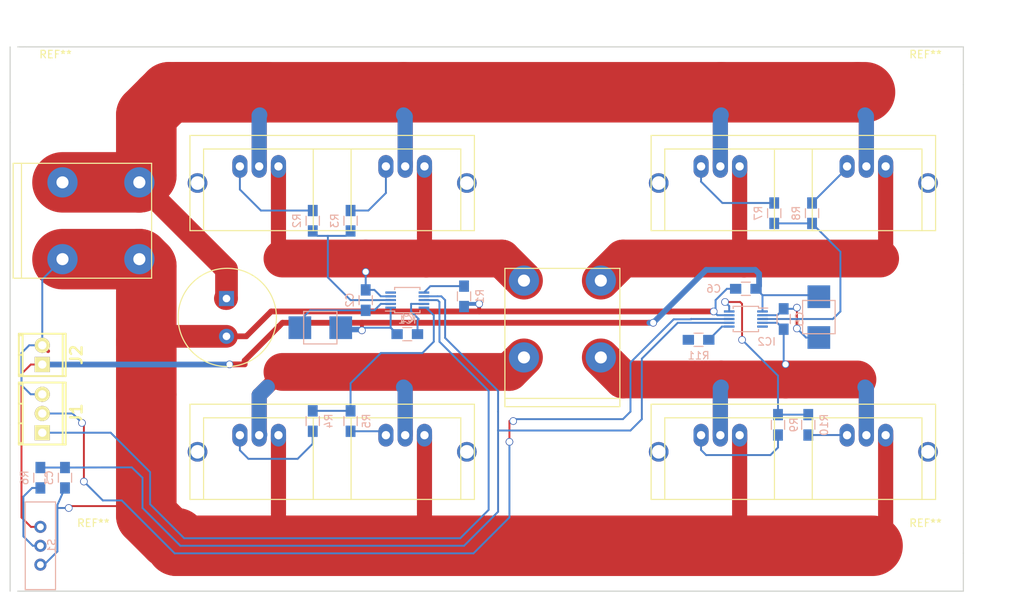
<source format=kicad_pcb>
(kicad_pcb (version 4) (host pcbnew 4.0.5+dfsg1-4~bpo8+1)

  (general
    (links 71)
    (no_connects 4)
    (area 72.924999 61.924999 199.075001 134.075001)
    (thickness 1.6)
    (drawings 13)
    (tracks 329)
    (zones 0)
    (modules 34)
    (nets 28)
  )

  (page A4)
  (layers
    (0 F.Cu signal)
    (31 B.Cu signal)
    (32 B.Adhes user)
    (33 F.Adhes user)
    (34 B.Paste user)
    (35 F.Paste user)
    (36 B.SilkS user)
    (37 F.SilkS user)
    (38 B.Mask user)
    (39 F.Mask user)
    (40 Dwgs.User user)
    (41 Cmts.User user)
    (42 Eco1.User user)
    (43 Eco2.User user)
    (44 Edge.Cuts user)
    (45 Margin user)
    (46 B.CrtYd user)
    (47 F.CrtYd user)
    (48 B.Fab user)
    (49 F.Fab user)
  )

  (setup
    (last_trace_width 0.762)
    (user_trace_width 0.381)
    (user_trace_width 0.508)
    (user_trace_width 0.762)
    (user_trace_width 1.016)
    (user_trace_width 2)
    (user_trace_width 3)
    (user_trace_width 5)
    (user_trace_width 8)
    (trace_clearance 0.2)
    (zone_clearance 1)
    (zone_45_only yes)
    (trace_min 0.2032)
    (segment_width 0.2)
    (edge_width 0.15)
    (via_size 1)
    (via_drill 0.8)
    (via_min_size 1)
    (via_min_drill 0.7)
    (uvia_size 0.3)
    (uvia_drill 0.1)
    (uvias_allowed no)
    (uvia_min_size 0.2)
    (uvia_min_drill 0.1)
    (pcb_text_width 0.3)
    (pcb_text_size 1.5 1.5)
    (mod_edge_width 0.15)
    (mod_text_size 1 1)
    (mod_text_width 0.15)
    (pad_size 1.524 1.524)
    (pad_drill 0.762)
    (pad_to_mask_clearance 0.2)
    (aux_axis_origin 0 0)
    (visible_elements FFFFFFFF)
    (pcbplotparams
      (layerselection 0x00030_80000001)
      (usegerberextensions false)
      (excludeedgelayer true)
      (linewidth 0.100000)
      (plotframeref false)
      (viasonmask false)
      (mode 1)
      (useauxorigin false)
      (hpglpennumber 1)
      (hpglpenspeed 20)
      (hpglpendiameter 15)
      (hpglpenoverlay 2)
      (psnegative false)
      (psa4output false)
      (plotreference true)
      (plotvalue true)
      (plotinvisibletext false)
      (padsonsilk false)
      (subtractmaskfromsilk false)
      (outputformat 1)
      (mirror false)
      (drillshape 1)
      (scaleselection 1)
      (outputdirectory ""))
  )

  (net 0 "")
  (net 1 GND)
  (net 2 +12V)
  (net 3 /MOTOR+)
  (net 4 "Net-(C2-Pad2)")
  (net 5 /DRV_EN)
  (net 6 +24V)
  (net 7 /MOTOR-)
  (net 8 "Net-(C5-Pad2)")
  (net 9 "Net-(IC1-Pad3)")
  (net 10 "Net-(IC1-Pad5)")
  (net 11 "Net-(IC1-Pad6)")
  (net 12 /DRV_1_IN)
  (net 13 "Net-(IC1-Pad10)")
  (net 14 "Net-(IC2-Pad3)")
  (net 15 "Net-(IC2-Pad5)")
  (net 16 "Net-(IC2-Pad6)")
  (net 17 /DRV_2_IN)
  (net 18 "Net-(IC2-Pad10)")
  (net 19 "Net-(Q1-Pad1)")
  (net 20 "Net-(Q1-Pad4)")
  (net 21 "Net-(Q2-Pad1)")
  (net 22 "Net-(Q2-Pad4)")
  (net 23 "Net-(Q3-Pad1)")
  (net 24 "Net-(Q3-Pad4)")
  (net 25 "Net-(Q4-Pad1)")
  (net 26 "Net-(Q4-Pad4)")
  (net 27 "Net-(R6-Pad2)")

  (net_class Default "This is the default net class."
    (clearance 0.2)
    (trace_width 0.254)
    (via_dia 1)
    (via_drill 0.8)
    (uvia_dia 0.3)
    (uvia_drill 0.1)
    (add_net +12V)
    (add_net +24V)
    (add_net /DRV_1_IN)
    (add_net /DRV_2_IN)
    (add_net /DRV_EN)
    (add_net /MOTOR+)
    (add_net /MOTOR-)
    (add_net GND)
    (add_net "Net-(C2-Pad2)")
    (add_net "Net-(C5-Pad2)")
    (add_net "Net-(IC1-Pad10)")
    (add_net "Net-(IC1-Pad3)")
    (add_net "Net-(IC1-Pad5)")
    (add_net "Net-(IC1-Pad6)")
    (add_net "Net-(IC2-Pad10)")
    (add_net "Net-(IC2-Pad3)")
    (add_net "Net-(IC2-Pad5)")
    (add_net "Net-(IC2-Pad6)")
    (add_net "Net-(Q1-Pad1)")
    (add_net "Net-(Q1-Pad4)")
    (add_net "Net-(Q2-Pad1)")
    (add_net "Net-(Q2-Pad4)")
    (add_net "Net-(Q3-Pad1)")
    (add_net "Net-(Q3-Pad4)")
    (add_net "Net-(Q4-Pad1)")
    (add_net "Net-(Q4-Pad4)")
    (add_net "Net-(R6-Pad2)")
  )

  (module Resistors_SMD:R_0805_HandSoldering (layer B.Cu) (tedit 58307B90) (tstamp 58D35D30)
    (at 125.5 100 180)
    (descr "Resistor SMD 0805, hand soldering")
    (tags "resistor 0805")
    (path /58D371F9)
    (attr smd)
    (fp_text reference C1 (at 0 2.1 180) (layer B.SilkS)
      (effects (font (size 1 1) (thickness 0.15)) (justify mirror))
    )
    (fp_text value 0.1u (at 0 -2.1 180) (layer B.Fab)
      (effects (font (size 1 1) (thickness 0.15)) (justify mirror))
    )
    (fp_line (start -1 -0.625) (end -1 0.625) (layer B.Fab) (width 0.1))
    (fp_line (start 1 -0.625) (end -1 -0.625) (layer B.Fab) (width 0.1))
    (fp_line (start 1 0.625) (end 1 -0.625) (layer B.Fab) (width 0.1))
    (fp_line (start -1 0.625) (end 1 0.625) (layer B.Fab) (width 0.1))
    (fp_line (start -2.4 1) (end 2.4 1) (layer B.CrtYd) (width 0.05))
    (fp_line (start -2.4 -1) (end 2.4 -1) (layer B.CrtYd) (width 0.05))
    (fp_line (start -2.4 1) (end -2.4 -1) (layer B.CrtYd) (width 0.05))
    (fp_line (start 2.4 1) (end 2.4 -1) (layer B.CrtYd) (width 0.05))
    (fp_line (start 0.6 -0.875) (end -0.6 -0.875) (layer B.SilkS) (width 0.15))
    (fp_line (start -0.6 0.875) (end 0.6 0.875) (layer B.SilkS) (width 0.15))
    (pad 1 smd rect (at -1.35 0 180) (size 1.5 1.3) (layers B.Cu B.Paste B.Mask)
      (net 1 GND))
    (pad 2 smd rect (at 1.35 0 180) (size 1.5 1.3) (layers B.Cu B.Paste B.Mask)
      (net 2 +12V))
    (model Resistors_SMD.3dshapes/R_0805_HandSoldering.wrl
      (at (xyz 0 0 0))
      (scale (xyz 1 1 1))
      (rotate (xyz 0 0 0))
    )
  )

  (module Resistors_SMD:R_0805_HandSoldering (layer B.Cu) (tedit 58307B90) (tstamp 58D35D36)
    (at 120 95.5 270)
    (descr "Resistor SMD 0805, hand soldering")
    (tags "resistor 0805")
    (path /58D36E49)
    (attr smd)
    (fp_text reference C2 (at 0 2.1 270) (layer B.SilkS)
      (effects (font (size 1 1) (thickness 0.15)) (justify mirror))
    )
    (fp_text value 0.22u (at 0 -2.1 270) (layer B.Fab)
      (effects (font (size 1 1) (thickness 0.15)) (justify mirror))
    )
    (fp_line (start -1 -0.625) (end -1 0.625) (layer B.Fab) (width 0.1))
    (fp_line (start 1 -0.625) (end -1 -0.625) (layer B.Fab) (width 0.1))
    (fp_line (start 1 0.625) (end 1 -0.625) (layer B.Fab) (width 0.1))
    (fp_line (start -1 0.625) (end 1 0.625) (layer B.Fab) (width 0.1))
    (fp_line (start -2.4 1) (end 2.4 1) (layer B.CrtYd) (width 0.05))
    (fp_line (start -2.4 -1) (end 2.4 -1) (layer B.CrtYd) (width 0.05))
    (fp_line (start -2.4 1) (end -2.4 -1) (layer B.CrtYd) (width 0.05))
    (fp_line (start 2.4 1) (end 2.4 -1) (layer B.CrtYd) (width 0.05))
    (fp_line (start 0.6 -0.875) (end -0.6 -0.875) (layer B.SilkS) (width 0.15))
    (fp_line (start -0.6 0.875) (end 0.6 0.875) (layer B.SilkS) (width 0.15))
    (pad 1 smd rect (at -1.35 0 270) (size 1.5 1.3) (layers B.Cu B.Paste B.Mask)
      (net 3 /MOTOR+))
    (pad 2 smd rect (at 1.35 0 270) (size 1.5 1.3) (layers B.Cu B.Paste B.Mask)
      (net 4 "Net-(C2-Pad2)"))
    (model Resistors_SMD.3dshapes/R_0805_HandSoldering.wrl
      (at (xyz 0 0 0))
      (scale (xyz 1 1 1))
      (rotate (xyz 0 0 0))
    )
  )

  (module Resistors_SMD:R_0805_HandSoldering (layer B.Cu) (tedit 58307B90) (tstamp 58D35D3C)
    (at 80.25 119 270)
    (descr "Resistor SMD 0805, hand soldering")
    (tags "resistor 0805")
    (path /58D45D8E)
    (attr smd)
    (fp_text reference C3 (at 0 2.1 270) (layer B.SilkS)
      (effects (font (size 1 1) (thickness 0.15)) (justify mirror))
    )
    (fp_text value 0.1u (at 0 -2.1 270) (layer B.Fab)
      (effects (font (size 1 1) (thickness 0.15)) (justify mirror))
    )
    (fp_line (start -1 -0.625) (end -1 0.625) (layer B.Fab) (width 0.1))
    (fp_line (start 1 -0.625) (end -1 -0.625) (layer B.Fab) (width 0.1))
    (fp_line (start 1 0.625) (end 1 -0.625) (layer B.Fab) (width 0.1))
    (fp_line (start -1 0.625) (end 1 0.625) (layer B.Fab) (width 0.1))
    (fp_line (start -2.4 1) (end 2.4 1) (layer B.CrtYd) (width 0.05))
    (fp_line (start -2.4 -1) (end 2.4 -1) (layer B.CrtYd) (width 0.05))
    (fp_line (start -2.4 1) (end -2.4 -1) (layer B.CrtYd) (width 0.05))
    (fp_line (start 2.4 1) (end 2.4 -1) (layer B.CrtYd) (width 0.05))
    (fp_line (start 0.6 -0.875) (end -0.6 -0.875) (layer B.SilkS) (width 0.15))
    (fp_line (start -0.6 0.875) (end 0.6 0.875) (layer B.SilkS) (width 0.15))
    (pad 1 smd rect (at -1.35 0 270) (size 1.5 1.3) (layers B.Cu B.Paste B.Mask)
      (net 5 /DRV_EN))
    (pad 2 smd rect (at 1.35 0 270) (size 1.5 1.3) (layers B.Cu B.Paste B.Mask)
      (net 1 GND))
    (model Resistors_SMD.3dshapes/R_0805_HandSoldering.wrl
      (at (xyz 0 0 0))
      (scale (xyz 1 1 1))
      (rotate (xyz 0 0 0))
    )
  )

  (module Resistors_SMD:R_0805_HandSoldering (layer B.Cu) (tedit 58307B90) (tstamp 58D35D48)
    (at 175.25 98 90)
    (descr "Resistor SMD 0805, hand soldering")
    (tags "resistor 0805")
    (path /58D3EA70)
    (attr smd)
    (fp_text reference C5 (at 0 2.1 90) (layer B.SilkS)
      (effects (font (size 1 1) (thickness 0.15)) (justify mirror))
    )
    (fp_text value 0.22u (at 0 -2.1 90) (layer B.Fab)
      (effects (font (size 1 1) (thickness 0.15)) (justify mirror))
    )
    (fp_line (start -1 -0.625) (end -1 0.625) (layer B.Fab) (width 0.1))
    (fp_line (start 1 -0.625) (end -1 -0.625) (layer B.Fab) (width 0.1))
    (fp_line (start 1 0.625) (end 1 -0.625) (layer B.Fab) (width 0.1))
    (fp_line (start -1 0.625) (end 1 0.625) (layer B.Fab) (width 0.1))
    (fp_line (start -2.4 1) (end 2.4 1) (layer B.CrtYd) (width 0.05))
    (fp_line (start -2.4 -1) (end 2.4 -1) (layer B.CrtYd) (width 0.05))
    (fp_line (start -2.4 1) (end -2.4 -1) (layer B.CrtYd) (width 0.05))
    (fp_line (start 2.4 1) (end 2.4 -1) (layer B.CrtYd) (width 0.05))
    (fp_line (start 0.6 -0.875) (end -0.6 -0.875) (layer B.SilkS) (width 0.15))
    (fp_line (start -0.6 0.875) (end 0.6 0.875) (layer B.SilkS) (width 0.15))
    (pad 1 smd rect (at -1.35 0 90) (size 1.5 1.3) (layers B.Cu B.Paste B.Mask)
      (net 7 /MOTOR-))
    (pad 2 smd rect (at 1.35 0 90) (size 1.5 1.3) (layers B.Cu B.Paste B.Mask)
      (net 8 "Net-(C5-Pad2)"))
    (model Resistors_SMD.3dshapes/R_0805_HandSoldering.wrl
      (at (xyz 0 0 0))
      (scale (xyz 1 1 1))
      (rotate (xyz 0 0 0))
    )
  )

  (module Resistors_SMD:R_0805_HandSoldering (layer B.Cu) (tedit 58D38D74) (tstamp 58D35D4E)
    (at 170.25 94)
    (descr "Resistor SMD 0805, hand soldering")
    (tags "resistor 0805")
    (path /58D3EA7A)
    (attr smd)
    (fp_text reference C6 (at -4.25 0) (layer B.SilkS)
      (effects (font (size 1 1) (thickness 0.15)) (justify mirror))
    )
    (fp_text value 0.1u (at 0 -2.1) (layer B.Fab)
      (effects (font (size 1 1) (thickness 0.15)) (justify mirror))
    )
    (fp_line (start -1 -0.625) (end -1 0.625) (layer B.Fab) (width 0.1))
    (fp_line (start 1 -0.625) (end -1 -0.625) (layer B.Fab) (width 0.1))
    (fp_line (start 1 0.625) (end 1 -0.625) (layer B.Fab) (width 0.1))
    (fp_line (start -1 0.625) (end 1 0.625) (layer B.Fab) (width 0.1))
    (fp_line (start -2.4 1) (end 2.4 1) (layer B.CrtYd) (width 0.05))
    (fp_line (start -2.4 -1) (end 2.4 -1) (layer B.CrtYd) (width 0.05))
    (fp_line (start -2.4 1) (end -2.4 -1) (layer B.CrtYd) (width 0.05))
    (fp_line (start 2.4 1) (end 2.4 -1) (layer B.CrtYd) (width 0.05))
    (fp_line (start 0.6 -0.875) (end -0.6 -0.875) (layer B.SilkS) (width 0.15))
    (fp_line (start -0.6 0.875) (end 0.6 0.875) (layer B.SilkS) (width 0.15))
    (pad 1 smd rect (at -1.35 0) (size 1.5 1.3) (layers B.Cu B.Paste B.Mask)
      (net 1 GND))
    (pad 2 smd rect (at 1.35 0) (size 1.5 1.3) (layers B.Cu B.Paste B.Mask)
      (net 2 +12V))
    (model Resistors_SMD.3dshapes/R_0805_HandSoldering.wrl
      (at (xyz 0 0 0))
      (scale (xyz 1 1 1))
      (rotate (xyz 0 0 0))
    )
  )

  (module Hbridge_proto:DO-214AC (layer B.Cu) (tedit 58D3516D) (tstamp 58D35D54)
    (at 114 97 180)
    (path /58D36454)
    (fp_text reference D1 (at -0.1 -5.8 180) (layer B.SilkS) hide
      (effects (font (size 1 1) (thickness 0.15)) (justify mirror))
    )
    (fp_text value MURA110T3G (at 0 0.7 180) (layer B.Fab)
      (effects (font (size 1 1) (thickness 0.15)) (justify mirror))
    )
    (fp_line (start 2.2 0) (end 2.2 -4.3) (layer B.SilkS) (width 0.15))
    (fp_line (start 2.2 -4.3) (end -2.2 -4.3) (layer B.SilkS) (width 0.15))
    (fp_line (start -2.2 -4.3) (end -2.2 0) (layer B.SilkS) (width 0.15))
    (fp_line (start -2.2 0) (end 2.2 0) (layer B.SilkS) (width 0.15))
    (pad 1 smd rect (at 2.7 -2.15 180) (size 3 3) (layers B.Cu B.Paste B.Mask)
      (net 4 "Net-(C2-Pad2)"))
    (pad 2 smd rect (at -2.7 -2.15 180) (size 3 3) (layers B.Cu B.Paste B.Mask)
      (net 2 +12V))
  )

  (module Hbridge_proto:DO-214AC (layer B.Cu) (tedit 58D3516D) (tstamp 58D35D5A)
    (at 177.75 97.75 270)
    (path /58D3EA64)
    (fp_text reference D2 (at -0.1 -5.8 270) (layer B.SilkS) hide
      (effects (font (size 1 1) (thickness 0.15)) (justify mirror))
    )
    (fp_text value MURA110T3G (at 0 0.7 270) (layer B.Fab)
      (effects (font (size 1 1) (thickness 0.15)) (justify mirror))
    )
    (fp_line (start 2.2 0) (end 2.2 -4.3) (layer B.SilkS) (width 0.15))
    (fp_line (start 2.2 -4.3) (end -2.2 -4.3) (layer B.SilkS) (width 0.15))
    (fp_line (start -2.2 -4.3) (end -2.2 0) (layer B.SilkS) (width 0.15))
    (fp_line (start -2.2 0) (end 2.2 0) (layer B.SilkS) (width 0.15))
    (pad 1 smd rect (at 2.7 -2.15 270) (size 3 3) (layers B.Cu B.Paste B.Mask)
      (net 8 "Net-(C5-Pad2)"))
    (pad 2 smd rect (at -2.7 -2.15 270) (size 3 3) (layers B.Cu B.Paste B.Mask)
      (net 2 +12V))
  )

  (module Housings_SSOP:MSOP-10_3x3mm_Pitch0.5mm (layer B.Cu) (tedit 54130A77) (tstamp 58D35D68)
    (at 125.5 95.5)
    (descr "10-Lead Plastic Micro Small Outline Package (MS) [MSOP] (see Microchip Packaging Specification 00000049BS.pdf)")
    (tags "SSOP 0.5")
    (path /58D36CEE)
    (attr smd)
    (fp_text reference IC1 (at 0 2.6) (layer B.SilkS)
      (effects (font (size 1 1) (thickness 0.15)) (justify mirror))
    )
    (fp_text value LM5106 (at 0 -2.6) (layer B.Fab)
      (effects (font (size 1 1) (thickness 0.15)) (justify mirror))
    )
    (fp_line (start -0.5 1.5) (end 1.5 1.5) (layer B.Fab) (width 0.15))
    (fp_line (start 1.5 1.5) (end 1.5 -1.5) (layer B.Fab) (width 0.15))
    (fp_line (start 1.5 -1.5) (end -1.5 -1.5) (layer B.Fab) (width 0.15))
    (fp_line (start -1.5 -1.5) (end -1.5 0.5) (layer B.Fab) (width 0.15))
    (fp_line (start -1.5 0.5) (end -0.5 1.5) (layer B.Fab) (width 0.15))
    (fp_line (start -3.15 1.85) (end -3.15 -1.85) (layer B.CrtYd) (width 0.05))
    (fp_line (start 3.15 1.85) (end 3.15 -1.85) (layer B.CrtYd) (width 0.05))
    (fp_line (start -3.15 1.85) (end 3.15 1.85) (layer B.CrtYd) (width 0.05))
    (fp_line (start -3.15 -1.85) (end 3.15 -1.85) (layer B.CrtYd) (width 0.05))
    (fp_line (start -1.675 1.675) (end -1.675 1.45) (layer B.SilkS) (width 0.15))
    (fp_line (start 1.675 1.675) (end 1.675 1.375) (layer B.SilkS) (width 0.15))
    (fp_line (start 1.675 -1.675) (end 1.675 -1.375) (layer B.SilkS) (width 0.15))
    (fp_line (start -1.675 -1.675) (end -1.675 -1.375) (layer B.SilkS) (width 0.15))
    (fp_line (start -1.675 1.675) (end 1.675 1.675) (layer B.SilkS) (width 0.15))
    (fp_line (start -1.675 -1.675) (end 1.675 -1.675) (layer B.SilkS) (width 0.15))
    (fp_line (start -1.675 1.45) (end -2.9 1.45) (layer B.SilkS) (width 0.15))
    (pad 1 smd rect (at -2.2 1) (size 1.4 0.3) (layers B.Cu B.Paste B.Mask)
      (net 2 +12V))
    (pad 2 smd rect (at -2.2 0.5) (size 1.4 0.3) (layers B.Cu B.Paste B.Mask)
      (net 4 "Net-(C2-Pad2)"))
    (pad 3 smd rect (at -2.2 0) (size 1.4 0.3) (layers B.Cu B.Paste B.Mask)
      (net 9 "Net-(IC1-Pad3)"))
    (pad 4 smd rect (at -2.2 -0.5) (size 1.4 0.3) (layers B.Cu B.Paste B.Mask)
      (net 3 /MOTOR+))
    (pad 5 smd rect (at -2.2 -1) (size 1.4 0.3) (layers B.Cu B.Paste B.Mask)
      (net 10 "Net-(IC1-Pad5)"))
    (pad 6 smd rect (at 2.2 -1) (size 1.4 0.3) (layers B.Cu B.Paste B.Mask)
      (net 11 "Net-(IC1-Pad6)"))
    (pad 7 smd rect (at 2.2 -0.5) (size 1.4 0.3) (layers B.Cu B.Paste B.Mask)
      (net 5 /DRV_EN))
    (pad 8 smd rect (at 2.2 0) (size 1.4 0.3) (layers B.Cu B.Paste B.Mask)
      (net 12 /DRV_1_IN))
    (pad 9 smd rect (at 2.2 0.5) (size 1.4 0.3) (layers B.Cu B.Paste B.Mask)
      (net 1 GND))
    (pad 10 smd rect (at 2.2 1) (size 1.4 0.3) (layers B.Cu B.Paste B.Mask)
      (net 13 "Net-(IC1-Pad10)"))
    (model Housings_SSOP.3dshapes/MSOP-10_3x3mm_Pitch0.5mm.wrl
      (at (xyz 0 0 0))
      (scale (xyz 1 1 1))
      (rotate (xyz 0 0 0))
    )
  )

  (module Housings_SSOP:MSOP-10_3x3mm_Pitch0.5mm (layer B.Cu) (tedit 58D38D92) (tstamp 58D35D76)
    (at 170.25 98 180)
    (descr "10-Lead Plastic Micro Small Outline Package (MS) [MSOP] (see Microchip Packaging Specification 00000049BS.pdf)")
    (tags "SSOP 0.5")
    (path /58D3EA6A)
    (attr smd)
    (fp_text reference IC2 (at -2.75 -3 180) (layer B.SilkS)
      (effects (font (size 1 1) (thickness 0.15)) (justify mirror))
    )
    (fp_text value LM5106 (at 0.25 -2 180) (layer B.Fab)
      (effects (font (size 1 1) (thickness 0.15)) (justify mirror))
    )
    (fp_line (start -0.5 1.5) (end 1.5 1.5) (layer B.Fab) (width 0.15))
    (fp_line (start 1.5 1.5) (end 1.5 -1.5) (layer B.Fab) (width 0.15))
    (fp_line (start 1.5 -1.5) (end -1.5 -1.5) (layer B.Fab) (width 0.15))
    (fp_line (start -1.5 -1.5) (end -1.5 0.5) (layer B.Fab) (width 0.15))
    (fp_line (start -1.5 0.5) (end -0.5 1.5) (layer B.Fab) (width 0.15))
    (fp_line (start -3.15 1.85) (end -3.15 -1.85) (layer B.CrtYd) (width 0.05))
    (fp_line (start 3.15 1.85) (end 3.15 -1.85) (layer B.CrtYd) (width 0.05))
    (fp_line (start -3.15 1.85) (end 3.15 1.85) (layer B.CrtYd) (width 0.05))
    (fp_line (start -3.15 -1.85) (end 3.15 -1.85) (layer B.CrtYd) (width 0.05))
    (fp_line (start -1.675 1.675) (end -1.675 1.45) (layer B.SilkS) (width 0.15))
    (fp_line (start 1.675 1.675) (end 1.675 1.375) (layer B.SilkS) (width 0.15))
    (fp_line (start 1.675 -1.675) (end 1.675 -1.375) (layer B.SilkS) (width 0.15))
    (fp_line (start -1.675 -1.675) (end -1.675 -1.375) (layer B.SilkS) (width 0.15))
    (fp_line (start -1.675 1.675) (end 1.675 1.675) (layer B.SilkS) (width 0.15))
    (fp_line (start -1.675 -1.675) (end 1.675 -1.675) (layer B.SilkS) (width 0.15))
    (fp_line (start -1.675 1.45) (end -2.9 1.45) (layer B.SilkS) (width 0.15))
    (pad 1 smd rect (at -2.2 1 180) (size 1.4 0.3) (layers B.Cu B.Paste B.Mask)
      (net 2 +12V))
    (pad 2 smd rect (at -2.2 0.5 180) (size 1.4 0.3) (layers B.Cu B.Paste B.Mask)
      (net 8 "Net-(C5-Pad2)"))
    (pad 3 smd rect (at -2.2 0 180) (size 1.4 0.3) (layers B.Cu B.Paste B.Mask)
      (net 14 "Net-(IC2-Pad3)"))
    (pad 4 smd rect (at -2.2 -0.5 180) (size 1.4 0.3) (layers B.Cu B.Paste B.Mask)
      (net 7 /MOTOR-))
    (pad 5 smd rect (at -2.2 -1 180) (size 1.4 0.3) (layers B.Cu B.Paste B.Mask)
      (net 15 "Net-(IC2-Pad5)"))
    (pad 6 smd rect (at 2.2 -1 180) (size 1.4 0.3) (layers B.Cu B.Paste B.Mask)
      (net 16 "Net-(IC2-Pad6)"))
    (pad 7 smd rect (at 2.2 -0.5 180) (size 1.4 0.3) (layers B.Cu B.Paste B.Mask)
      (net 5 /DRV_EN))
    (pad 8 smd rect (at 2.2 0 180) (size 1.4 0.3) (layers B.Cu B.Paste B.Mask)
      (net 17 /DRV_2_IN))
    (pad 9 smd rect (at 2.2 0.5 180) (size 1.4 0.3) (layers B.Cu B.Paste B.Mask)
      (net 1 GND))
    (pad 10 smd rect (at 2.2 1 180) (size 1.4 0.3) (layers B.Cu B.Paste B.Mask)
      (net 18 "Net-(IC2-Pad10)"))
    (model Housings_SSOP.3dshapes/MSOP-10_3x3mm_Pitch0.5mm.wrl
      (at (xyz 0 0 0))
      (scale (xyz 1 1 1))
      (rotate (xyz 0 0 0))
    )
  )

  (module w_conn_mpt:mpt_0,5%2f3-2,54 (layer F.Cu) (tedit 58D36202) (tstamp 58D35D7D)
    (at 77.25 110.5 270)
    (descr "3-way 2.54mm pitch terminal block, Phoenix MPT series")
    (path /58D4184B)
    (fp_text reference J1 (at 0 -4.50088 270) (layer F.SilkS)
      (effects (font (thickness 0.3048)))
    )
    (fp_text value Screw_Terminal_1x03 (at 0 4.50088 270) (layer F.SilkS) hide
      (effects (font (thickness 0.3048)))
    )
    (fp_line (start 4.09956 -3.0988) (end -4.09956 -3.0988) (layer F.SilkS) (width 0.254))
    (fp_line (start 4.09956 -2.70002) (end -4.09956 -2.70002) (layer F.SilkS) (width 0.254))
    (fp_line (start 4.09956 2.60096) (end -4.09956 2.60096) (layer F.SilkS) (width 0.254))
    (fp_line (start -4.09956 3.0988) (end 4.09956 3.0988) (layer F.SilkS) (width 0.254))
    (fp_line (start 1.30048 2.60096) (end 1.30048 3.0988) (layer F.SilkS) (width 0.254))
    (fp_line (start -3.8989 3.0988) (end -3.8989 2.60096) (layer F.SilkS) (width 0.254))
    (fp_line (start 3.90144 2.60096) (end 3.90144 3.0988) (layer F.SilkS) (width 0.254))
    (fp_line (start -1.29794 3.0988) (end -1.29794 2.60096) (layer F.SilkS) (width 0.254))
    (fp_line (start 4.09956 3.0988) (end 4.09956 -3.0988) (layer F.SilkS) (width 0.254))
    (fp_line (start -4.09702 -3.0988) (end -4.09702 3.0988) (layer F.SilkS) (width 0.254))
    (pad 3 thru_hole oval (at -2.54 0 270) (size 1.99898 1.99898) (drill 1.09728) (layers *.Cu *.Mask F.SilkS)
      (net 1 GND))
    (pad 1 thru_hole rect (at 2.54 0 270) (size 1.99898 1.99898) (drill 1.09728) (layers *.Cu *.Mask F.SilkS)
      (net 12 /DRV_1_IN))
    (pad 2 thru_hole oval (at 0 0 270) (size 1.99898 1.99898) (drill 1.09728) (layers *.Cu *.Mask F.SilkS)
      (net 17 /DRV_2_IN))
    (model walter/conn_mpt/mpt_0,5-3-2,54.wrl
      (at (xyz 0 0 0))
      (scale (xyz 1 1 1))
      (rotate (xyz 0 0 0))
    )
  )

  (module w_conn_mpt:mpt_0,5%2f2-2,54 (layer F.Cu) (tedit 58D36206) (tstamp 58D35D83)
    (at 77.25 102.75 270)
    (descr "2-way 2.54mm pitch terminal block, Phoenix MPT series")
    (path /58D40CD1)
    (fp_text reference J2 (at 0 -4.50088 270) (layer F.SilkS)
      (effects (font (thickness 0.3048)))
    )
    (fp_text value Screw_Terminal_1x02 (at 0 4.50088 270) (layer F.SilkS) hide
      (effects (font (thickness 0.3048)))
    )
    (fp_line (start 2.79908 2.60096) (end -2.79908 2.60096) (layer F.SilkS) (width 0.254))
    (fp_line (start -2.60096 3.0988) (end -2.60096 2.60096) (layer F.SilkS) (width 0.254))
    (fp_line (start 2.60096 2.60096) (end 2.60096 3.0988) (layer F.SilkS) (width 0.254))
    (fp_line (start 0 3.0988) (end 0 2.60096) (layer F.SilkS) (width 0.254))
    (fp_line (start -2.79908 -2.70002) (end 2.79908 -2.70002) (layer F.SilkS) (width 0.254))
    (fp_line (start -2.79908 3.0988) (end 2.79908 3.0988) (layer F.SilkS) (width 0.254))
    (fp_line (start 2.79908 3.0988) (end 2.79908 -3.0988) (layer F.SilkS) (width 0.254))
    (fp_line (start 2.79908 -3.0988) (end -2.79908 -3.0988) (layer F.SilkS) (width 0.254))
    (fp_line (start -2.79908 -3.0988) (end -2.79908 3.0988) (layer F.SilkS) (width 0.254))
    (pad 2 thru_hole oval (at -1.27 0 270) (size 1.99898 1.99898) (drill 1.09728) (layers *.Cu *.Mask F.SilkS)
      (net 1 GND))
    (pad 1 thru_hole rect (at 1.27 0 270) (size 1.99898 1.99898) (drill 1.09728) (layers *.Cu *.Mask F.SilkS)
      (net 2 +12V))
    (model walter/conn_mpt/mpt_0,5-2-2,54.wrl
      (at (xyz 0 0 0))
      (scale (xyz 1 1 1))
      (rotate (xyz 0 0 0))
    )
  )

  (module Hbridge_proto:HEATSINK_TO-220_DUAL (layer F.Cu) (tedit 58D33435) (tstamp 58D35DA9)
    (at 115.57 80.01)
    (path /58D34405)
    (fp_text reference Q1 (at 0 0.5) (layer F.SilkS) hide
      (effects (font (size 1 1) (thickness 0.15)))
    )
    (fp_text value TO-220-DUAL (at 0 -1.27) (layer F.Fab)
      (effects (font (size 1 1) (thickness 0.15)))
    )
    (fp_line (start -2.5 6.3) (end -2.5 -4.5) (layer F.SilkS) (width 0.15))
    (fp_line (start 2.5 6.3) (end 2.5 -4.4) (layer F.SilkS) (width 0.15))
    (fp_line (start -17 6.2) (end -17 -4.5) (layer F.SilkS) (width 0.15))
    (fp_line (start -17 -4.5) (end 17 -4.5) (layer F.SilkS) (width 0.15))
    (fp_line (start 17 -4.5) (end 17 6.3) (layer F.SilkS) (width 0.15))
    (fp_line (start -18.8 -6.3) (end 18.8 -6.3) (layer F.SilkS) (width 0.15))
    (fp_line (start 18.8 -6.3) (end 18.8 6.3) (layer F.SilkS) (width 0.15))
    (fp_line (start 18.8 6.3) (end -18.8 6.3) (layer F.SilkS) (width 0.15))
    (fp_line (start -18.8 6.3) (end -18.8 -6.3) (layer F.SilkS) (width 0.15))
    (pad 1 thru_hole oval (at -12.2 -2.2) (size 2 3) (drill 1.1) (layers *.Cu *.Mask)
      (net 19 "Net-(Q1-Pad1)"))
    (pad 2 thru_hole oval (at -9.65 -2.2) (size 2 3) (drill 1.1) (layers *.Cu *.Mask)
      (net 6 +24V))
    (pad 3 thru_hole oval (at -7.1 -2.2) (size 2 3) (drill 1.1) (layers *.Cu *.Mask)
      (net 3 /MOTOR+))
    (pad 4 thru_hole oval (at 7.1 -2.2) (size 2 3) (drill 1.1) (layers *.Cu *.Mask)
      (net 20 "Net-(Q1-Pad4)"))
    (pad 5 thru_hole oval (at 9.65 -2.2) (size 2 3) (drill 1.1) (layers *.Cu *.Mask)
      (net 6 +24V))
    (pad 6 thru_hole oval (at 12.2 -2.2) (size 2 3) (drill 1.1) (layers *.Cu *.Mask)
      (net 3 /MOTOR+))
    (pad "" np_thru_hole circle (at 17.8 0) (size 2.6 2.6) (drill 1.8) (layers *.Cu *.Mask))
    (pad "" np_thru_hole circle (at -17.8 0) (size 2.6 2.6) (drill 1.8) (layers *.Cu *.Mask))
  )

  (module Hbridge_proto:HEATSINK_TO-220_DUAL (layer F.Cu) (tedit 58D33435) (tstamp 58D35DB5)
    (at 115.57 115.57)
    (path /58D34540)
    (fp_text reference Q2 (at 0 0.5) (layer F.SilkS) hide
      (effects (font (size 1 1) (thickness 0.15)))
    )
    (fp_text value TO-220-DUAL (at 0 -1.27) (layer F.Fab)
      (effects (font (size 1 1) (thickness 0.15)))
    )
    (fp_line (start -2.5 6.3) (end -2.5 -4.5) (layer F.SilkS) (width 0.15))
    (fp_line (start 2.5 6.3) (end 2.5 -4.4) (layer F.SilkS) (width 0.15))
    (fp_line (start -17 6.2) (end -17 -4.5) (layer F.SilkS) (width 0.15))
    (fp_line (start -17 -4.5) (end 17 -4.5) (layer F.SilkS) (width 0.15))
    (fp_line (start 17 -4.5) (end 17 6.3) (layer F.SilkS) (width 0.15))
    (fp_line (start -18.8 -6.3) (end 18.8 -6.3) (layer F.SilkS) (width 0.15))
    (fp_line (start 18.8 -6.3) (end 18.8 6.3) (layer F.SilkS) (width 0.15))
    (fp_line (start 18.8 6.3) (end -18.8 6.3) (layer F.SilkS) (width 0.15))
    (fp_line (start -18.8 6.3) (end -18.8 -6.3) (layer F.SilkS) (width 0.15))
    (pad 1 thru_hole oval (at -12.2 -2.2) (size 2 3) (drill 1.1) (layers *.Cu *.Mask)
      (net 21 "Net-(Q2-Pad1)"))
    (pad 2 thru_hole oval (at -9.65 -2.2) (size 2 3) (drill 1.1) (layers *.Cu *.Mask)
      (net 3 /MOTOR+))
    (pad 3 thru_hole oval (at -7.1 -2.2) (size 2 3) (drill 1.1) (layers *.Cu *.Mask)
      (net 1 GND))
    (pad 4 thru_hole oval (at 7.1 -2.2) (size 2 3) (drill 1.1) (layers *.Cu *.Mask)
      (net 22 "Net-(Q2-Pad4)"))
    (pad 5 thru_hole oval (at 9.65 -2.2) (size 2 3) (drill 1.1) (layers *.Cu *.Mask)
      (net 3 /MOTOR+))
    (pad 6 thru_hole oval (at 12.2 -2.2) (size 2 3) (drill 1.1) (layers *.Cu *.Mask)
      (net 1 GND))
    (pad "" np_thru_hole circle (at 17.8 0) (size 2.6 2.6) (drill 1.8) (layers *.Cu *.Mask))
    (pad "" np_thru_hole circle (at -17.8 0) (size 2.6 2.6) (drill 1.8) (layers *.Cu *.Mask))
  )

  (module Hbridge_proto:HEATSINK_TO-220_DUAL (layer F.Cu) (tedit 58D33435) (tstamp 58D35DC1)
    (at 176.53 115.57)
    (path /58D3466D)
    (fp_text reference Q3 (at 0 0.5) (layer F.SilkS) hide
      (effects (font (size 1 1) (thickness 0.15)))
    )
    (fp_text value TO-220-DUAL (at 0 -1.27) (layer F.Fab)
      (effects (font (size 1 1) (thickness 0.15)))
    )
    (fp_line (start -2.5 6.3) (end -2.5 -4.5) (layer F.SilkS) (width 0.15))
    (fp_line (start 2.5 6.3) (end 2.5 -4.4) (layer F.SilkS) (width 0.15))
    (fp_line (start -17 6.2) (end -17 -4.5) (layer F.SilkS) (width 0.15))
    (fp_line (start -17 -4.5) (end 17 -4.5) (layer F.SilkS) (width 0.15))
    (fp_line (start 17 -4.5) (end 17 6.3) (layer F.SilkS) (width 0.15))
    (fp_line (start -18.8 -6.3) (end 18.8 -6.3) (layer F.SilkS) (width 0.15))
    (fp_line (start 18.8 -6.3) (end 18.8 6.3) (layer F.SilkS) (width 0.15))
    (fp_line (start 18.8 6.3) (end -18.8 6.3) (layer F.SilkS) (width 0.15))
    (fp_line (start -18.8 6.3) (end -18.8 -6.3) (layer F.SilkS) (width 0.15))
    (pad 1 thru_hole oval (at -12.2 -2.2) (size 2 3) (drill 1.1) (layers *.Cu *.Mask)
      (net 23 "Net-(Q3-Pad1)"))
    (pad 2 thru_hole oval (at -9.65 -2.2) (size 2 3) (drill 1.1) (layers *.Cu *.Mask)
      (net 7 /MOTOR-))
    (pad 3 thru_hole oval (at -7.1 -2.2) (size 2 3) (drill 1.1) (layers *.Cu *.Mask)
      (net 1 GND))
    (pad 4 thru_hole oval (at 7.1 -2.2) (size 2 3) (drill 1.1) (layers *.Cu *.Mask)
      (net 24 "Net-(Q3-Pad4)"))
    (pad 5 thru_hole oval (at 9.65 -2.2) (size 2 3) (drill 1.1) (layers *.Cu *.Mask)
      (net 7 /MOTOR-))
    (pad 6 thru_hole oval (at 12.2 -2.2) (size 2 3) (drill 1.1) (layers *.Cu *.Mask)
      (net 1 GND))
    (pad "" np_thru_hole circle (at 17.8 0) (size 2.6 2.6) (drill 1.8) (layers *.Cu *.Mask))
    (pad "" np_thru_hole circle (at -17.8 0) (size 2.6 2.6) (drill 1.8) (layers *.Cu *.Mask))
  )

  (module Hbridge_proto:HEATSINK_TO-220_DUAL (layer F.Cu) (tedit 58D33435) (tstamp 58D35DCD)
    (at 176.53 80.01)
    (path /58D345BE)
    (fp_text reference Q4 (at 0 0.5) (layer F.SilkS) hide
      (effects (font (size 1 1) (thickness 0.15)))
    )
    (fp_text value TO-220-DUAL (at 0 -1.27) (layer F.Fab)
      (effects (font (size 1 1) (thickness 0.15)))
    )
    (fp_line (start -2.5 6.3) (end -2.5 -4.5) (layer F.SilkS) (width 0.15))
    (fp_line (start 2.5 6.3) (end 2.5 -4.4) (layer F.SilkS) (width 0.15))
    (fp_line (start -17 6.2) (end -17 -4.5) (layer F.SilkS) (width 0.15))
    (fp_line (start -17 -4.5) (end 17 -4.5) (layer F.SilkS) (width 0.15))
    (fp_line (start 17 -4.5) (end 17 6.3) (layer F.SilkS) (width 0.15))
    (fp_line (start -18.8 -6.3) (end 18.8 -6.3) (layer F.SilkS) (width 0.15))
    (fp_line (start 18.8 -6.3) (end 18.8 6.3) (layer F.SilkS) (width 0.15))
    (fp_line (start 18.8 6.3) (end -18.8 6.3) (layer F.SilkS) (width 0.15))
    (fp_line (start -18.8 6.3) (end -18.8 -6.3) (layer F.SilkS) (width 0.15))
    (pad 1 thru_hole oval (at -12.2 -2.2) (size 2 3) (drill 1.1) (layers *.Cu *.Mask)
      (net 25 "Net-(Q4-Pad1)"))
    (pad 2 thru_hole oval (at -9.65 -2.2) (size 2 3) (drill 1.1) (layers *.Cu *.Mask)
      (net 6 +24V))
    (pad 3 thru_hole oval (at -7.1 -2.2) (size 2 3) (drill 1.1) (layers *.Cu *.Mask)
      (net 7 /MOTOR-))
    (pad 4 thru_hole oval (at 7.1 -2.2) (size 2 3) (drill 1.1) (layers *.Cu *.Mask)
      (net 26 "Net-(Q4-Pad4)"))
    (pad 5 thru_hole oval (at 9.65 -2.2) (size 2 3) (drill 1.1) (layers *.Cu *.Mask)
      (net 6 +24V))
    (pad 6 thru_hole oval (at 12.2 -2.2) (size 2 3) (drill 1.1) (layers *.Cu *.Mask)
      (net 7 /MOTOR-))
    (pad "" np_thru_hole circle (at 17.8 0) (size 2.6 2.6) (drill 1.8) (layers *.Cu *.Mask))
    (pad "" np_thru_hole circle (at -17.8 0) (size 2.6 2.6) (drill 1.8) (layers *.Cu *.Mask))
  )

  (module Resistors_SMD:R_0805_HandSoldering (layer B.Cu) (tedit 58307B90) (tstamp 58D35DD3)
    (at 133 95 90)
    (descr "Resistor SMD 0805, hand soldering")
    (tags "resistor 0805")
    (path /58D3A190)
    (attr smd)
    (fp_text reference R1 (at 0 2.1 90) (layer B.SilkS)
      (effects (font (size 1 1) (thickness 0.15)) (justify mirror))
    )
    (fp_text value 100k (at 0 -2.1 90) (layer B.Fab)
      (effects (font (size 1 1) (thickness 0.15)) (justify mirror))
    )
    (fp_line (start -1 -0.625) (end -1 0.625) (layer B.Fab) (width 0.1))
    (fp_line (start 1 -0.625) (end -1 -0.625) (layer B.Fab) (width 0.1))
    (fp_line (start 1 0.625) (end 1 -0.625) (layer B.Fab) (width 0.1))
    (fp_line (start -1 0.625) (end 1 0.625) (layer B.Fab) (width 0.1))
    (fp_line (start -2.4 1) (end 2.4 1) (layer B.CrtYd) (width 0.05))
    (fp_line (start -2.4 -1) (end 2.4 -1) (layer B.CrtYd) (width 0.05))
    (fp_line (start -2.4 1) (end -2.4 -1) (layer B.CrtYd) (width 0.05))
    (fp_line (start 2.4 1) (end 2.4 -1) (layer B.CrtYd) (width 0.05))
    (fp_line (start 0.6 -0.875) (end -0.6 -0.875) (layer B.SilkS) (width 0.15))
    (fp_line (start -0.6 0.875) (end 0.6 0.875) (layer B.SilkS) (width 0.15))
    (pad 1 smd rect (at -1.35 0 90) (size 1.5 1.3) (layers B.Cu B.Paste B.Mask)
      (net 1 GND))
    (pad 2 smd rect (at 1.35 0 90) (size 1.5 1.3) (layers B.Cu B.Paste B.Mask)
      (net 11 "Net-(IC1-Pad6)"))
    (model Resistors_SMD.3dshapes/R_0805_HandSoldering.wrl
      (at (xyz 0 0 0))
      (scale (xyz 1 1 1))
      (rotate (xyz 0 0 0))
    )
  )

  (module Resistors_SMD:R_0805_HandSoldering (layer B.Cu) (tedit 58307B90) (tstamp 58D35DD9)
    (at 113 85 270)
    (descr "Resistor SMD 0805, hand soldering")
    (tags "resistor 0805")
    (path /58D393FB)
    (attr smd)
    (fp_text reference R2 (at 0 2.1 270) (layer B.SilkS)
      (effects (font (size 1 1) (thickness 0.15)) (justify mirror))
    )
    (fp_text value 0 (at 0 -2.1 270) (layer B.Fab)
      (effects (font (size 1 1) (thickness 0.15)) (justify mirror))
    )
    (fp_line (start -1 -0.625) (end -1 0.625) (layer B.Fab) (width 0.1))
    (fp_line (start 1 -0.625) (end -1 -0.625) (layer B.Fab) (width 0.1))
    (fp_line (start 1 0.625) (end 1 -0.625) (layer B.Fab) (width 0.1))
    (fp_line (start -1 0.625) (end 1 0.625) (layer B.Fab) (width 0.1))
    (fp_line (start -2.4 1) (end 2.4 1) (layer B.CrtYd) (width 0.05))
    (fp_line (start -2.4 -1) (end 2.4 -1) (layer B.CrtYd) (width 0.05))
    (fp_line (start -2.4 1) (end -2.4 -1) (layer B.CrtYd) (width 0.05))
    (fp_line (start 2.4 1) (end 2.4 -1) (layer B.CrtYd) (width 0.05))
    (fp_line (start 0.6 -0.875) (end -0.6 -0.875) (layer B.SilkS) (width 0.15))
    (fp_line (start -0.6 0.875) (end 0.6 0.875) (layer B.SilkS) (width 0.15))
    (pad 1 smd rect (at -1.35 0 270) (size 1.5 1.3) (layers B.Cu B.Paste B.Mask)
      (net 19 "Net-(Q1-Pad1)"))
    (pad 2 smd rect (at 1.35 0 270) (size 1.5 1.3) (layers B.Cu B.Paste B.Mask)
      (net 9 "Net-(IC1-Pad3)"))
    (model Resistors_SMD.3dshapes/R_0805_HandSoldering.wrl
      (at (xyz 0 0 0))
      (scale (xyz 1 1 1))
      (rotate (xyz 0 0 0))
    )
  )

  (module Resistors_SMD:R_0805_HandSoldering (layer B.Cu) (tedit 58307B90) (tstamp 58D35DDF)
    (at 118 85 270)
    (descr "Resistor SMD 0805, hand soldering")
    (tags "resistor 0805")
    (path /58D397D5)
    (attr smd)
    (fp_text reference R3 (at 0 2.1 270) (layer B.SilkS)
      (effects (font (size 1 1) (thickness 0.15)) (justify mirror))
    )
    (fp_text value 0 (at 0 -2.1 270) (layer B.Fab)
      (effects (font (size 1 1) (thickness 0.15)) (justify mirror))
    )
    (fp_line (start -1 -0.625) (end -1 0.625) (layer B.Fab) (width 0.1))
    (fp_line (start 1 -0.625) (end -1 -0.625) (layer B.Fab) (width 0.1))
    (fp_line (start 1 0.625) (end 1 -0.625) (layer B.Fab) (width 0.1))
    (fp_line (start -1 0.625) (end 1 0.625) (layer B.Fab) (width 0.1))
    (fp_line (start -2.4 1) (end 2.4 1) (layer B.CrtYd) (width 0.05))
    (fp_line (start -2.4 -1) (end 2.4 -1) (layer B.CrtYd) (width 0.05))
    (fp_line (start -2.4 1) (end -2.4 -1) (layer B.CrtYd) (width 0.05))
    (fp_line (start 2.4 1) (end 2.4 -1) (layer B.CrtYd) (width 0.05))
    (fp_line (start 0.6 -0.875) (end -0.6 -0.875) (layer B.SilkS) (width 0.15))
    (fp_line (start -0.6 0.875) (end 0.6 0.875) (layer B.SilkS) (width 0.15))
    (pad 1 smd rect (at -1.35 0 270) (size 1.5 1.3) (layers B.Cu B.Paste B.Mask)
      (net 20 "Net-(Q1-Pad4)"))
    (pad 2 smd rect (at 1.35 0 270) (size 1.5 1.3) (layers B.Cu B.Paste B.Mask)
      (net 9 "Net-(IC1-Pad3)"))
    (model Resistors_SMD.3dshapes/R_0805_HandSoldering.wrl
      (at (xyz 0 0 0))
      (scale (xyz 1 1 1))
      (rotate (xyz 0 0 0))
    )
  )

  (module Resistors_SMD:R_0805_HandSoldering (layer B.Cu) (tedit 58307B90) (tstamp 58D35DE5)
    (at 113 111.5 90)
    (descr "Resistor SMD 0805, hand soldering")
    (tags "resistor 0805")
    (path /58D39C84)
    (attr smd)
    (fp_text reference R4 (at 0 2.1 90) (layer B.SilkS)
      (effects (font (size 1 1) (thickness 0.15)) (justify mirror))
    )
    (fp_text value 0 (at 0 -2.1 90) (layer B.Fab)
      (effects (font (size 1 1) (thickness 0.15)) (justify mirror))
    )
    (fp_line (start -1 -0.625) (end -1 0.625) (layer B.Fab) (width 0.1))
    (fp_line (start 1 -0.625) (end -1 -0.625) (layer B.Fab) (width 0.1))
    (fp_line (start 1 0.625) (end 1 -0.625) (layer B.Fab) (width 0.1))
    (fp_line (start -1 0.625) (end 1 0.625) (layer B.Fab) (width 0.1))
    (fp_line (start -2.4 1) (end 2.4 1) (layer B.CrtYd) (width 0.05))
    (fp_line (start -2.4 -1) (end 2.4 -1) (layer B.CrtYd) (width 0.05))
    (fp_line (start -2.4 1) (end -2.4 -1) (layer B.CrtYd) (width 0.05))
    (fp_line (start 2.4 1) (end 2.4 -1) (layer B.CrtYd) (width 0.05))
    (fp_line (start 0.6 -0.875) (end -0.6 -0.875) (layer B.SilkS) (width 0.15))
    (fp_line (start -0.6 0.875) (end 0.6 0.875) (layer B.SilkS) (width 0.15))
    (pad 1 smd rect (at -1.35 0 90) (size 1.5 1.3) (layers B.Cu B.Paste B.Mask)
      (net 21 "Net-(Q2-Pad1)"))
    (pad 2 smd rect (at 1.35 0 90) (size 1.5 1.3) (layers B.Cu B.Paste B.Mask)
      (net 13 "Net-(IC1-Pad10)"))
    (model Resistors_SMD.3dshapes/R_0805_HandSoldering.wrl
      (at (xyz 0 0 0))
      (scale (xyz 1 1 1))
      (rotate (xyz 0 0 0))
    )
  )

  (module Resistors_SMD:R_0805_HandSoldering (layer B.Cu) (tedit 58307B90) (tstamp 58D35DEB)
    (at 118 111.5 90)
    (descr "Resistor SMD 0805, hand soldering")
    (tags "resistor 0805")
    (path /58D39D06)
    (attr smd)
    (fp_text reference R5 (at 0 2.1 90) (layer B.SilkS)
      (effects (font (size 1 1) (thickness 0.15)) (justify mirror))
    )
    (fp_text value 0 (at 0 -2.1 90) (layer B.Fab)
      (effects (font (size 1 1) (thickness 0.15)) (justify mirror))
    )
    (fp_line (start -1 -0.625) (end -1 0.625) (layer B.Fab) (width 0.1))
    (fp_line (start 1 -0.625) (end -1 -0.625) (layer B.Fab) (width 0.1))
    (fp_line (start 1 0.625) (end 1 -0.625) (layer B.Fab) (width 0.1))
    (fp_line (start -1 0.625) (end 1 0.625) (layer B.Fab) (width 0.1))
    (fp_line (start -2.4 1) (end 2.4 1) (layer B.CrtYd) (width 0.05))
    (fp_line (start -2.4 -1) (end 2.4 -1) (layer B.CrtYd) (width 0.05))
    (fp_line (start -2.4 1) (end -2.4 -1) (layer B.CrtYd) (width 0.05))
    (fp_line (start 2.4 1) (end 2.4 -1) (layer B.CrtYd) (width 0.05))
    (fp_line (start 0.6 -0.875) (end -0.6 -0.875) (layer B.SilkS) (width 0.15))
    (fp_line (start -0.6 0.875) (end 0.6 0.875) (layer B.SilkS) (width 0.15))
    (pad 1 smd rect (at -1.35 0 90) (size 1.5 1.3) (layers B.Cu B.Paste B.Mask)
      (net 22 "Net-(Q2-Pad4)"))
    (pad 2 smd rect (at 1.35 0 90) (size 1.5 1.3) (layers B.Cu B.Paste B.Mask)
      (net 13 "Net-(IC1-Pad10)"))
    (model Resistors_SMD.3dshapes/R_0805_HandSoldering.wrl
      (at (xyz 0 0 0))
      (scale (xyz 1 1 1))
      (rotate (xyz 0 0 0))
    )
  )

  (module Resistors_SMD:R_0805_HandSoldering (layer B.Cu) (tedit 58307B90) (tstamp 58D35DF1)
    (at 77 119 270)
    (descr "Resistor SMD 0805, hand soldering")
    (tags "resistor 0805")
    (path /58D45CFD)
    (attr smd)
    (fp_text reference R6 (at 0 2.1 270) (layer B.SilkS)
      (effects (font (size 1 1) (thickness 0.15)) (justify mirror))
    )
    (fp_text value 51k (at 0 -2.1 270) (layer B.Fab)
      (effects (font (size 1 1) (thickness 0.15)) (justify mirror))
    )
    (fp_line (start -1 -0.625) (end -1 0.625) (layer B.Fab) (width 0.1))
    (fp_line (start 1 -0.625) (end -1 -0.625) (layer B.Fab) (width 0.1))
    (fp_line (start 1 0.625) (end 1 -0.625) (layer B.Fab) (width 0.1))
    (fp_line (start -1 0.625) (end 1 0.625) (layer B.Fab) (width 0.1))
    (fp_line (start -2.4 1) (end 2.4 1) (layer B.CrtYd) (width 0.05))
    (fp_line (start -2.4 -1) (end 2.4 -1) (layer B.CrtYd) (width 0.05))
    (fp_line (start -2.4 1) (end -2.4 -1) (layer B.CrtYd) (width 0.05))
    (fp_line (start 2.4 1) (end 2.4 -1) (layer B.CrtYd) (width 0.05))
    (fp_line (start 0.6 -0.875) (end -0.6 -0.875) (layer B.SilkS) (width 0.15))
    (fp_line (start -0.6 0.875) (end 0.6 0.875) (layer B.SilkS) (width 0.15))
    (pad 1 smd rect (at -1.35 0 270) (size 1.5 1.3) (layers B.Cu B.Paste B.Mask)
      (net 5 /DRV_EN))
    (pad 2 smd rect (at 1.35 0 270) (size 1.5 1.3) (layers B.Cu B.Paste B.Mask)
      (net 27 "Net-(R6-Pad2)"))
    (model Resistors_SMD.3dshapes/R_0805_HandSoldering.wrl
      (at (xyz 0 0 0))
      (scale (xyz 1 1 1))
      (rotate (xyz 0 0 0))
    )
  )

  (module Resistors_SMD:R_0805_HandSoldering (layer B.Cu) (tedit 58307B90) (tstamp 58D35DF7)
    (at 174 84 270)
    (descr "Resistor SMD 0805, hand soldering")
    (tags "resistor 0805")
    (path /58D3EA8C)
    (attr smd)
    (fp_text reference R7 (at 0 2.1 270) (layer B.SilkS)
      (effects (font (size 1 1) (thickness 0.15)) (justify mirror))
    )
    (fp_text value 0 (at 0 -2.1 270) (layer B.Fab)
      (effects (font (size 1 1) (thickness 0.15)) (justify mirror))
    )
    (fp_line (start -1 -0.625) (end -1 0.625) (layer B.Fab) (width 0.1))
    (fp_line (start 1 -0.625) (end -1 -0.625) (layer B.Fab) (width 0.1))
    (fp_line (start 1 0.625) (end 1 -0.625) (layer B.Fab) (width 0.1))
    (fp_line (start -1 0.625) (end 1 0.625) (layer B.Fab) (width 0.1))
    (fp_line (start -2.4 1) (end 2.4 1) (layer B.CrtYd) (width 0.05))
    (fp_line (start -2.4 -1) (end 2.4 -1) (layer B.CrtYd) (width 0.05))
    (fp_line (start -2.4 1) (end -2.4 -1) (layer B.CrtYd) (width 0.05))
    (fp_line (start 2.4 1) (end 2.4 -1) (layer B.CrtYd) (width 0.05))
    (fp_line (start 0.6 -0.875) (end -0.6 -0.875) (layer B.SilkS) (width 0.15))
    (fp_line (start -0.6 0.875) (end 0.6 0.875) (layer B.SilkS) (width 0.15))
    (pad 1 smd rect (at -1.35 0 270) (size 1.5 1.3) (layers B.Cu B.Paste B.Mask)
      (net 25 "Net-(Q4-Pad1)"))
    (pad 2 smd rect (at 1.35 0 270) (size 1.5 1.3) (layers B.Cu B.Paste B.Mask)
      (net 14 "Net-(IC2-Pad3)"))
    (model Resistors_SMD.3dshapes/R_0805_HandSoldering.wrl
      (at (xyz 0 0 0))
      (scale (xyz 1 1 1))
      (rotate (xyz 0 0 0))
    )
  )

  (module Resistors_SMD:R_0805_HandSoldering (layer B.Cu) (tedit 58307B90) (tstamp 58D35DFD)
    (at 179 84 270)
    (descr "Resistor SMD 0805, hand soldering")
    (tags "resistor 0805")
    (path /58D3EA96)
    (attr smd)
    (fp_text reference R8 (at 0 2.1 270) (layer B.SilkS)
      (effects (font (size 1 1) (thickness 0.15)) (justify mirror))
    )
    (fp_text value 0 (at 0 -2.1 270) (layer B.Fab)
      (effects (font (size 1 1) (thickness 0.15)) (justify mirror))
    )
    (fp_line (start -1 -0.625) (end -1 0.625) (layer B.Fab) (width 0.1))
    (fp_line (start 1 -0.625) (end -1 -0.625) (layer B.Fab) (width 0.1))
    (fp_line (start 1 0.625) (end 1 -0.625) (layer B.Fab) (width 0.1))
    (fp_line (start -1 0.625) (end 1 0.625) (layer B.Fab) (width 0.1))
    (fp_line (start -2.4 1) (end 2.4 1) (layer B.CrtYd) (width 0.05))
    (fp_line (start -2.4 -1) (end 2.4 -1) (layer B.CrtYd) (width 0.05))
    (fp_line (start -2.4 1) (end -2.4 -1) (layer B.CrtYd) (width 0.05))
    (fp_line (start 2.4 1) (end 2.4 -1) (layer B.CrtYd) (width 0.05))
    (fp_line (start 0.6 -0.875) (end -0.6 -0.875) (layer B.SilkS) (width 0.15))
    (fp_line (start -0.6 0.875) (end 0.6 0.875) (layer B.SilkS) (width 0.15))
    (pad 1 smd rect (at -1.35 0 270) (size 1.5 1.3) (layers B.Cu B.Paste B.Mask)
      (net 26 "Net-(Q4-Pad4)"))
    (pad 2 smd rect (at 1.35 0 270) (size 1.5 1.3) (layers B.Cu B.Paste B.Mask)
      (net 14 "Net-(IC2-Pad3)"))
    (model Resistors_SMD.3dshapes/R_0805_HandSoldering.wrl
      (at (xyz 0 0 0))
      (scale (xyz 1 1 1))
      (rotate (xyz 0 0 0))
    )
  )

  (module Resistors_SMD:R_0805_HandSoldering (layer B.Cu) (tedit 58307B90) (tstamp 58D35E03)
    (at 174.5 112 90)
    (descr "Resistor SMD 0805, hand soldering")
    (tags "resistor 0805")
    (path /58D3EA9F)
    (attr smd)
    (fp_text reference R9 (at 0 2.1 90) (layer B.SilkS)
      (effects (font (size 1 1) (thickness 0.15)) (justify mirror))
    )
    (fp_text value 0 (at 0 -2.1 90) (layer B.Fab)
      (effects (font (size 1 1) (thickness 0.15)) (justify mirror))
    )
    (fp_line (start -1 -0.625) (end -1 0.625) (layer B.Fab) (width 0.1))
    (fp_line (start 1 -0.625) (end -1 -0.625) (layer B.Fab) (width 0.1))
    (fp_line (start 1 0.625) (end 1 -0.625) (layer B.Fab) (width 0.1))
    (fp_line (start -1 0.625) (end 1 0.625) (layer B.Fab) (width 0.1))
    (fp_line (start -2.4 1) (end 2.4 1) (layer B.CrtYd) (width 0.05))
    (fp_line (start -2.4 -1) (end 2.4 -1) (layer B.CrtYd) (width 0.05))
    (fp_line (start -2.4 1) (end -2.4 -1) (layer B.CrtYd) (width 0.05))
    (fp_line (start 2.4 1) (end 2.4 -1) (layer B.CrtYd) (width 0.05))
    (fp_line (start 0.6 -0.875) (end -0.6 -0.875) (layer B.SilkS) (width 0.15))
    (fp_line (start -0.6 0.875) (end 0.6 0.875) (layer B.SilkS) (width 0.15))
    (pad 1 smd rect (at -1.35 0 90) (size 1.5 1.3) (layers B.Cu B.Paste B.Mask)
      (net 23 "Net-(Q3-Pad1)"))
    (pad 2 smd rect (at 1.35 0 90) (size 1.5 1.3) (layers B.Cu B.Paste B.Mask)
      (net 18 "Net-(IC2-Pad10)"))
    (model Resistors_SMD.3dshapes/R_0805_HandSoldering.wrl
      (at (xyz 0 0 0))
      (scale (xyz 1 1 1))
      (rotate (xyz 0 0 0))
    )
  )

  (module Resistors_SMD:R_0805_HandSoldering (layer B.Cu) (tedit 58307B90) (tstamp 58D35E09)
    (at 178.5 112 90)
    (descr "Resistor SMD 0805, hand soldering")
    (tags "resistor 0805")
    (path /58D3EAA5)
    (attr smd)
    (fp_text reference R10 (at 0 2.1 90) (layer B.SilkS)
      (effects (font (size 1 1) (thickness 0.15)) (justify mirror))
    )
    (fp_text value 0 (at 0 -2.1 90) (layer B.Fab)
      (effects (font (size 1 1) (thickness 0.15)) (justify mirror))
    )
    (fp_line (start -1 -0.625) (end -1 0.625) (layer B.Fab) (width 0.1))
    (fp_line (start 1 -0.625) (end -1 -0.625) (layer B.Fab) (width 0.1))
    (fp_line (start 1 0.625) (end 1 -0.625) (layer B.Fab) (width 0.1))
    (fp_line (start -1 0.625) (end 1 0.625) (layer B.Fab) (width 0.1))
    (fp_line (start -2.4 1) (end 2.4 1) (layer B.CrtYd) (width 0.05))
    (fp_line (start -2.4 -1) (end 2.4 -1) (layer B.CrtYd) (width 0.05))
    (fp_line (start -2.4 1) (end -2.4 -1) (layer B.CrtYd) (width 0.05))
    (fp_line (start 2.4 1) (end 2.4 -1) (layer B.CrtYd) (width 0.05))
    (fp_line (start 0.6 -0.875) (end -0.6 -0.875) (layer B.SilkS) (width 0.15))
    (fp_line (start -0.6 0.875) (end 0.6 0.875) (layer B.SilkS) (width 0.15))
    (pad 1 smd rect (at -1.35 0 90) (size 1.5 1.3) (layers B.Cu B.Paste B.Mask)
      (net 24 "Net-(Q3-Pad4)"))
    (pad 2 smd rect (at 1.35 0 90) (size 1.5 1.3) (layers B.Cu B.Paste B.Mask)
      (net 18 "Net-(IC2-Pad10)"))
    (model Resistors_SMD.3dshapes/R_0805_HandSoldering.wrl
      (at (xyz 0 0 0))
      (scale (xyz 1 1 1))
      (rotate (xyz 0 0 0))
    )
  )

  (module Resistors_SMD:R_0805_HandSoldering (layer B.Cu) (tedit 58307B90) (tstamp 58D35E0F)
    (at 164 100.75)
    (descr "Resistor SMD 0805, hand soldering")
    (tags "resistor 0805")
    (path /58D3EAAF)
    (attr smd)
    (fp_text reference R11 (at 0 2.1) (layer B.SilkS)
      (effects (font (size 1 1) (thickness 0.15)) (justify mirror))
    )
    (fp_text value 100k (at 0 -2.1) (layer B.Fab)
      (effects (font (size 1 1) (thickness 0.15)) (justify mirror))
    )
    (fp_line (start -1 -0.625) (end -1 0.625) (layer B.Fab) (width 0.1))
    (fp_line (start 1 -0.625) (end -1 -0.625) (layer B.Fab) (width 0.1))
    (fp_line (start 1 0.625) (end 1 -0.625) (layer B.Fab) (width 0.1))
    (fp_line (start -1 0.625) (end 1 0.625) (layer B.Fab) (width 0.1))
    (fp_line (start -2.4 1) (end 2.4 1) (layer B.CrtYd) (width 0.05))
    (fp_line (start -2.4 -1) (end 2.4 -1) (layer B.CrtYd) (width 0.05))
    (fp_line (start -2.4 1) (end -2.4 -1) (layer B.CrtYd) (width 0.05))
    (fp_line (start 2.4 1) (end 2.4 -1) (layer B.CrtYd) (width 0.05))
    (fp_line (start 0.6 -0.875) (end -0.6 -0.875) (layer B.SilkS) (width 0.15))
    (fp_line (start -0.6 0.875) (end 0.6 0.875) (layer B.SilkS) (width 0.15))
    (pad 1 smd rect (at -1.35 0) (size 1.5 1.3) (layers B.Cu B.Paste B.Mask)
      (net 1 GND))
    (pad 2 smd rect (at 1.35 0) (size 1.5 1.3) (layers B.Cu B.Paste B.Mask)
      (net 16 "Net-(IC2-Pad6)"))
    (model Resistors_SMD.3dshapes/R_0805_HandSoldering.wrl
      (at (xyz 0 0 0))
      (scale (xyz 1 1 1))
      (rotate (xyz 0 0 0))
    )
  )

  (module Hbridge_proto:EG1218_SPDT (layer B.Cu) (tedit 58D34610) (tstamp 58D35E16)
    (at 79 128 90)
    (path /58D440CA)
    (fp_text reference S1 (at 0 -0.5 90) (layer B.SilkS)
      (effects (font (size 1 1) (thickness 0.15)) (justify mirror))
    )
    (fp_text value SPDT (at 0 0.5 90) (layer B.Fab)
      (effects (font (size 1 1) (thickness 0.15)) (justify mirror))
    )
    (fp_line (start 5.8 0) (end 5.8 -4) (layer B.SilkS) (width 0.15))
    (fp_line (start 5.8 -4) (end -5.8 -4) (layer B.SilkS) (width 0.15))
    (fp_line (start -5.8 -4) (end -5.8 0) (layer B.SilkS) (width 0.15))
    (fp_line (start -5.8 0) (end 5.8 0) (layer B.SilkS) (width 0.15))
    (pad 1 thru_hole circle (at 2.5 -2 90) (size 1.6 1.6) (drill 0.9) (layers *.Cu *.Mask)
      (net 2 +12V))
    (pad 2 thru_hole circle (at 0 -2 90) (size 1.6 1.6) (drill 0.9) (layers *.Cu *.Mask)
      (net 27 "Net-(R6-Pad2)"))
    (pad 3 thru_hole circle (at -2.5 -2 90) (size 1.6 1.6) (drill 0.9) (layers *.Cu *.Mask)
      (net 1 GND))
  )

  (module Hbridge_proto:CAP_RADIAL_13MM (layer F.Cu) (tedit 58D36005) (tstamp 58D36153)
    (at 101.6 97.79 270)
    (path /58D30C08)
    (fp_text reference C4 (at 0.4 7.6 270) (layer F.SilkS) hide
      (effects (font (size 1 1) (thickness 0.15)))
    )
    (fp_text value 470u (at 0 -2.8 270) (layer F.Fab)
      (effects (font (size 1 1) (thickness 0.15)))
    )
    (fp_circle (center 0 -0.1) (end 6.5 -0.1) (layer F.SilkS) (width 0.15))
    (pad 1 thru_hole rect (at -2.5 0 270) (size 2 2) (drill 1) (layers *.Cu *.Mask)
      (net 6 +24V))
    (pad 2 thru_hole circle (at 2.5 0 270) (size 2 2) (drill 1) (layers *.Cu *.Mask)
      (net 1 GND))
  )

  (module Hbridge_proto:WURTH-2566-2 (layer F.Cu) (tedit 58D36782) (tstamp 58D36B3E)
    (at 85 85 270)
    (path /58D30B65)
    (fp_text reference J3 (at 0 13 270) (layer F.SilkS) hide
      (effects (font (size 1 1) (thickness 0.15)))
    )
    (fp_text value Screw_Terminal_1x02 (at 0 -0.5 270) (layer F.Fab)
      (effects (font (size 1 1) (thickness 0.15)))
    )
    (fp_line (start 7.6 10.5) (end -7.6 10.5) (layer F.SilkS) (width 0.15))
    (fp_line (start 7.6 -6.7) (end 7.6 11.6) (layer F.SilkS) (width 0.15))
    (fp_line (start 7.6 11.6) (end -7.6 11.6) (layer F.SilkS) (width 0.15))
    (fp_line (start -7.6 11.6) (end -7.6 -6.7) (layer F.SilkS) (width 0.15))
    (fp_line (start -7.6 -6.7) (end 7.6 -6.7) (layer F.SilkS) (width 0.15))
    (pad 1 thru_hole circle (at 5.08 5.08 270) (size 4 4) (drill 1.6) (layers *.Cu *.Mask)
      (net 1 GND))
    (pad 1 thru_hole circle (at 5.08 -5.08 270) (size 4 4) (drill 1.6) (layers *.Cu *.Mask)
      (net 1 GND))
    (pad 2 thru_hole circle (at -5.08 -5.08 270) (size 4 4) (drill 1.6) (layers *.Cu *.Mask)
      (net 6 +24V))
    (pad 2 thru_hole circle (at -5.08 5.08 270) (size 4 4) (drill 1.6) (layers *.Cu *.Mask)
      (net 6 +24V))
  )

  (module Hbridge_proto:WURTH-2566-2 (layer F.Cu) (tedit 58D36782) (tstamp 58D36B4B)
    (at 146 98)
    (path /58D30AE5)
    (fp_text reference J4 (at 0 13) (layer F.SilkS) hide
      (effects (font (size 1 1) (thickness 0.15)))
    )
    (fp_text value Screw_Terminal_1x02 (at 0 -0.5) (layer F.Fab)
      (effects (font (size 1 1) (thickness 0.15)))
    )
    (fp_line (start 7.6 10.5) (end -7.6 10.5) (layer F.SilkS) (width 0.15))
    (fp_line (start 7.6 -6.7) (end 7.6 11.6) (layer F.SilkS) (width 0.15))
    (fp_line (start 7.6 11.6) (end -7.6 11.6) (layer F.SilkS) (width 0.15))
    (fp_line (start -7.6 11.6) (end -7.6 -6.7) (layer F.SilkS) (width 0.15))
    (fp_line (start -7.6 -6.7) (end 7.6 -6.7) (layer F.SilkS) (width 0.15))
    (pad 1 thru_hole circle (at 5.08 5.08) (size 4 4) (drill 1.6) (layers *.Cu *.Mask)
      (net 7 /MOTOR-))
    (pad 1 thru_hole circle (at 5.08 -5.08) (size 4 4) (drill 1.6) (layers *.Cu *.Mask)
      (net 7 /MOTOR-))
    (pad 2 thru_hole circle (at -5.08 -5.08) (size 4 4) (drill 1.6) (layers *.Cu *.Mask)
      (net 3 /MOTOR+))
    (pad 2 thru_hole circle (at -5.08 5.08) (size 4 4) (drill 1.6) (layers *.Cu *.Mask)
      (net 3 /MOTOR+))
  )

  (module Mounting_Holes:MountingHole_3mm (layer F.Cu) (tedit 56D1B4CB) (tstamp 58D371E4)
    (at 79 67)
    (descr "Mounting Hole 3mm, no annular")
    (tags "mounting hole 3mm no annular")
    (fp_text reference REF** (at 0 -4) (layer F.SilkS)
      (effects (font (size 1 1) (thickness 0.15)))
    )
    (fp_text value MountingHole_3mm (at 0 4) (layer F.Fab)
      (effects (font (size 1 1) (thickness 0.15)))
    )
    (fp_circle (center 0 0) (end 3 0) (layer Cmts.User) (width 0.15))
    (fp_circle (center 0 0) (end 3.25 0) (layer F.CrtYd) (width 0.05))
    (pad 1 np_thru_hole circle (at 0 0) (size 3 3) (drill 3) (layers *.Cu *.Mask))
  )

  (module Mounting_Holes:MountingHole_3mm (layer F.Cu) (tedit 56D1B4CB) (tstamp 58D371EF)
    (at 84 129)
    (descr "Mounting Hole 3mm, no annular")
    (tags "mounting hole 3mm no annular")
    (fp_text reference REF** (at 0 -4) (layer F.SilkS)
      (effects (font (size 1 1) (thickness 0.15)))
    )
    (fp_text value MountingHole_3mm (at 0 4) (layer F.Fab)
      (effects (font (size 1 1) (thickness 0.15)))
    )
    (fp_circle (center 0 0) (end 3 0) (layer Cmts.User) (width 0.15))
    (fp_circle (center 0 0) (end 3.25 0) (layer F.CrtYd) (width 0.05))
    (pad 1 np_thru_hole circle (at 0 0) (size 3 3) (drill 3) (layers *.Cu *.Mask))
  )

  (module Mounting_Holes:MountingHole_3mm (layer F.Cu) (tedit 56D1B4CB) (tstamp 58D37203)
    (at 194 129)
    (descr "Mounting Hole 3mm, no annular")
    (tags "mounting hole 3mm no annular")
    (fp_text reference REF** (at 0 -4) (layer F.SilkS)
      (effects (font (size 1 1) (thickness 0.15)))
    )
    (fp_text value MountingHole_3mm (at 0 4) (layer F.Fab)
      (effects (font (size 1 1) (thickness 0.15)))
    )
    (fp_circle (center 0 0) (end 3 0) (layer Cmts.User) (width 0.15))
    (fp_circle (center 0 0) (end 3.25 0) (layer F.CrtYd) (width 0.05))
    (pad 1 np_thru_hole circle (at 0 0) (size 3 3) (drill 3) (layers *.Cu *.Mask))
  )

  (module Mounting_Holes:MountingHole_3mm (layer F.Cu) (tedit 56D1B4CB) (tstamp 58D3720C)
    (at 194 67)
    (descr "Mounting Hole 3mm, no annular")
    (tags "mounting hole 3mm no annular")
    (fp_text reference REF** (at 0 -4) (layer F.SilkS)
      (effects (font (size 1 1) (thickness 0.15)))
    )
    (fp_text value MountingHole_3mm (at 0 4) (layer F.Fab)
      (effects (font (size 1 1) (thickness 0.15)))
    )
    (fp_circle (center 0 0) (end 3 0) (layer Cmts.User) (width 0.15))
    (fp_circle (center 0 0) (end 3.25 0) (layer F.CrtYd) (width 0.05))
    (pad 1 np_thru_hole circle (at 0 0) (size 3 3) (drill 3) (layers *.Cu *.Mask))
  )

  (dimension 126 (width 0.3) (layer Cmts.User)
    (gr_text "126.000 mm" (at 136 57.65) (layer Cmts.User)
      (effects (font (size 1.5 1.5) (thickness 0.3)))
    )
    (feature1 (pts (xy 199 62) (xy 199 56.3)))
    (feature2 (pts (xy 73 62) (xy 73 56.3)))
    (crossbar (pts (xy 73 59) (xy 199 59)))
    (arrow1a (pts (xy 199 59) (xy 197.873496 59.586421)))
    (arrow1b (pts (xy 199 59) (xy 197.873496 58.413579)))
    (arrow2a (pts (xy 73 59) (xy 74.126504 59.586421)))
    (arrow2b (pts (xy 73 59) (xy 74.126504 58.413579)))
  )
  (dimension 72 (width 0.3) (layer Cmts.User)
    (gr_text "72.000 mm" (at 204.35 98 270) (layer Cmts.User)
      (effects (font (size 1.5 1.5) (thickness 0.3)))
    )
    (feature1 (pts (xy 199 134) (xy 205.7 134)))
    (feature2 (pts (xy 199 62) (xy 205.7 62)))
    (crossbar (pts (xy 203 62) (xy 203 134)))
    (arrow1a (pts (xy 203 134) (xy 202.413579 132.873496)))
    (arrow1b (pts (xy 203 134) (xy 203.586421 132.873496)))
    (arrow2a (pts (xy 203 62) (xy 202.413579 63.126504)))
    (arrow2b (pts (xy 203 62) (xy 203.586421 63.126504)))
  )
  (gr_line (start 73 134) (end 74 134) (angle 90) (layer Eco2.User) (width 0.2))
  (gr_line (start 73 62) (end 74 62) (angle 90) (layer Eco2.User) (width 0.2))
  (gr_line (start 199 62) (end 199 67) (angle 90) (layer Edge.Cuts) (width 0.15))
  (gr_line (start 199 129) (end 199 134) (angle 90) (layer Edge.Cuts) (width 0.15))
  (gr_line (start 74 62) (end 75 62) (angle 90) (layer Edge.Cuts) (width 0.15))
  (gr_line (start 73 72) (end 73 62) (angle 90) (layer Edge.Cuts) (width 0.15))
  (gr_line (start 73 72) (end 73 112) (angle 90) (layer Edge.Cuts) (width 0.15))
  (gr_line (start 199 62) (end 75 62) (angle 90) (layer Edge.Cuts) (width 0.15))
  (gr_line (start 199 129) (end 199 67) (angle 90) (layer Edge.Cuts) (width 0.15))
  (gr_line (start 74 134) (end 199 134) (angle 90) (layer Edge.Cuts) (width 0.15))
  (gr_line (start 73 112) (end 73 134) (angle 90) (layer Edge.Cuts) (width 0.15))

  (segment (start 160 97) (end 166 97) (width 0.762) (layer F.Cu) (net 1))
  (via (at 166 97) (size 1) (drill 0.8) (layers F.Cu B.Cu) (net 1))
  (segment (start 133 96.35) (end 133.35 96) (width 0.508) (layer B.Cu) (net 1))
  (segment (start 133.35 96) (end 135 96) (width 0.508) (layer B.Cu) (net 1) (tstamp 58D38CE3))
  (via (at 135 96) (size 1) (drill 0.8) (layers F.Cu B.Cu) (net 1))
  (segment (start 135 96) (end 135 97) (width 0.508) (layer F.Cu) (net 1) (tstamp 58D38CE5))
  (segment (start 101.6 100.29) (end 104.21 100.29) (width 0.762) (layer F.Cu) (net 1))
  (segment (start 107.5 97) (end 135 97) (width 0.762) (layer F.Cu) (net 1) (tstamp 58D38CC2))
  (segment (start 135 97) (end 160 97) (width 0.762) (layer F.Cu) (net 1) (tstamp 58D38CE8))
  (segment (start 160 97) (end 160.25 97) (width 0.762) (layer F.Cu) (net 1) (tstamp 58D38D03))
  (segment (start 104.21 100.29) (end 107.5 97) (width 0.762) (layer F.Cu) (net 1) (tstamp 58D38CC1))
  (segment (start 79.25 123) (end 80.75 123) (width 0.254) (layer B.Cu) (net 1))
  (segment (start 81 122.75) (end 91 122.75) (width 0.254) (layer F.Cu) (net 1) (tstamp 58D38C81))
  (segment (start 80.75 123) (end 81 122.75) (width 0.254) (layer F.Cu) (net 1) (tstamp 58D38C80))
  (via (at 80.75 123) (size 1) (drill 0.8) (layers F.Cu B.Cu) (net 1))
  (segment (start 77 130.5) (end 77.5 130.5) (width 0.254) (layer B.Cu) (net 1))
  (segment (start 77.5 130.5) (end 79.25 128.75) (width 0.254) (layer B.Cu) (net 1) (tstamp 58D38C3F))
  (segment (start 79.25 128.75) (end 79.25 123) (width 0.254) (layer B.Cu) (net 1) (tstamp 58D38C40))
  (segment (start 79.25 123) (end 79.25 122.6) (width 0.254) (layer B.Cu) (net 1) (tstamp 58D38C7C))
  (segment (start 79.25 122.6) (end 80.25 120.35) (width 0.254) (layer B.Cu) (net 1) (tstamp 58D38C42) (status 20))
  (segment (start 77.25 107.96) (end 75.71 107.96) (width 0.254) (layer B.Cu) (net 1))
  (segment (start 75.52 101.48) (end 77.25 101.48) (width 0.254) (layer B.Cu) (net 1) (tstamp 58D38BDC))
  (segment (start 74.5 102.5) (end 75.52 101.48) (width 0.254) (layer B.Cu) (net 1) (tstamp 58D38BDB))
  (segment (start 74.5 106.75) (end 74.5 102.5) (width 0.254) (layer B.Cu) (net 1) (tstamp 58D38BD9))
  (segment (start 75.71 107.96) (end 74.5 106.75) (width 0.254) (layer B.Cu) (net 1) (tstamp 58D38BD8))
  (segment (start 77.25 101.48) (end 77.25 92.75) (width 0.254) (layer B.Cu) (net 1))
  (segment (start 77.25 92.75) (end 79.92 90.08) (width 0.254) (layer B.Cu) (net 1) (tstamp 58D38BD4))
  (segment (start 166 97) (end 166.25 96.75) (width 0.254) (layer B.Cu) (net 1))
  (segment (start 167.75 94) (end 168.9 94) (width 0.254) (layer B.Cu) (net 1) (tstamp 58D38AC1))
  (segment (start 166.25 95.5) (end 167.75 94) (width 0.254) (layer B.Cu) (net 1) (tstamp 58D38AC0))
  (segment (start 166.25 96.75) (end 166.25 95.5) (width 0.254) (layer B.Cu) (net 1) (tstamp 58D38ABF))
  (segment (start 168.05 97.5) (end 166.5 97.5) (width 0.254) (layer B.Cu) (net 1))
  (segment (start 166.5 97.5) (end 166 97) (width 0.254) (layer B.Cu) (net 1) (tstamp 58D38AA3))
  (segment (start 127.7 96) (end 126 96) (width 0.254) (layer B.Cu) (net 1))
  (segment (start 126 97) (end 127 98) (width 0.254) (layer B.Cu) (net 1) (tstamp 58D38A95))
  (segment (start 126 96) (end 126 97) (width 0.254) (layer B.Cu) (net 1) (tstamp 58D38A94))
  (segment (start 126.85 100) (end 126.85 98.15) (width 0.254) (layer B.Cu) (net 1))
  (segment (start 126.85 98.15) (end 127 98) (width 0.254) (layer B.Cu) (net 1) (tstamp 58D38A8B))
  (segment (start 129 128) (end 170 128) (width 8) (layer F.Cu) (net 1) (tstamp 58D36CB7))
  (segment (start 77.75 101.98) (end 78.02 102.25) (width 0.508) (layer F.Cu) (net 1) (status 30))
  (segment (start 187 128) (end 188.73 126.27) (width 2) (layer F.Cu) (net 1))
  (segment (start 188.73 126.27) (end 188.73 113.37) (width 2) (layer F.Cu) (net 1) (tstamp 58D371CB))
  (segment (start 187 128) (end 186.73 127.73) (width 2) (layer F.Cu) (net 1))
  (segment (start 170 128) (end 187 128) (width 8) (layer F.Cu) (net 1) (tstamp 58D36CB2))
  (segment (start 91 101) (end 91.71 100.29) (width 3) (layer F.Cu) (net 1))
  (segment (start 91.71 100.29) (end 101.6 100.29) (width 3) (layer F.Cu) (net 1) (tstamp 58D37139))
  (segment (start 107 128) (end 108.47 126.53) (width 2) (layer F.Cu) (net 1))
  (segment (start 108.47 126.53) (end 108.47 113.37) (width 2) (layer F.Cu) (net 1) (tstamp 58D36CBE))
  (segment (start 129 128) (end 127.77 126.77) (width 2) (layer F.Cu) (net 1))
  (segment (start 127.77 126.77) (end 127.77 113.37) (width 2) (layer F.Cu) (net 1) (tstamp 58D36CB9))
  (segment (start 170 128) (end 169.43 127.43) (width 2) (layer F.Cu) (net 1))
  (segment (start 169.43 127.43) (end 169.43 113.37) (width 2) (layer F.Cu) (net 1) (tstamp 58D36CB4))
  (segment (start 95 128) (end 107 128) (width 8) (layer F.Cu) (net 1) (tstamp 58D36CA1))
  (segment (start 95 127) (end 95 128) (width 8) (layer F.Cu) (net 1) (tstamp 58D36CA0))
  (segment (start 94 127) (end 95 127) (width 8) (layer F.Cu) (net 1) (tstamp 58D36C9F))
  (segment (start 91 124) (end 94 127) (width 8) (layer F.Cu) (net 1) (tstamp 58D36C9E))
  (segment (start 91 122.75) (end 91 124) (width 8) (layer F.Cu) (net 1) (tstamp 58D38C84) (status 10))
  (segment (start 91 108) (end 91 122.75) (width 8) (layer F.Cu) (net 1) (tstamp 58D374C8) (status 10))
  (segment (start 91 101) (end 91 108) (width 8) (layer F.Cu) (net 1) (tstamp 58D37137) (status 10))
  (segment (start 107 128) (end 129 128) (width 8) (layer F.Cu) (net 1) (tstamp 58D36CBC))
  (segment (start 91 91) (end 91 101) (width 8) (layer F.Cu) (net 1) (tstamp 58D36C9D) (status 10))
  (segment (start 79.92 90.08) (end 90.08 90.08) (width 8) (layer F.Cu) (net 1) (status 30))
  (segment (start 90.08 90.08) (end 91 91) (width 8) (layer F.Cu) (net 1) (status 30))
  (segment (start 157.5 98.5) (end 158 98.5) (width 0.762) (layer F.Cu) (net 2))
  (via (at 158 98.5) (size 1) (drill 0.8) (layers F.Cu B.Cu) (net 2))
  (segment (start 157.5 98.5) (end 158 98.5) (width 0.762) (layer B.Cu) (net 2) (tstamp 58D38D10))
  (segment (start 158 98.5) (end 165 91.5) (width 0.762) (layer B.Cu) (net 2) (tstamp 58D38D11))
  (segment (start 165 91.5) (end 171.5 91.5) (width 0.762) (layer B.Cu) (net 2) (tstamp 58D38D12))
  (segment (start 171.5 91.5) (end 172 92) (width 0.762) (layer B.Cu) (net 2) (tstamp 58D38D13))
  (segment (start 172 92) (end 172 93.6) (width 0.762) (layer B.Cu) (net 2) (tstamp 58D38D14))
  (segment (start 172 93.6) (end 171.6 94) (width 0.762) (layer B.Cu) (net 2) (tstamp 58D38D15))
  (segment (start 116.7 99.15) (end 117.05 99.5) (width 0.508) (layer B.Cu) (net 2))
  (segment (start 117.05 99.5) (end 119.5 99.5) (width 0.508) (layer B.Cu) (net 2) (tstamp 58D38CDB))
  (segment (start 119.5 99.5) (end 119.5 98.5) (width 0.508) (layer F.Cu) (net 2) (tstamp 58D38CDD))
  (via (at 119.5 99.5) (size 1) (drill 0.8) (layers F.Cu B.Cu) (net 2))
  (segment (start 108.5 99) (end 109 98.5) (width 0.762) (layer F.Cu) (net 2))
  (segment (start 101.98 104.02) (end 102 104) (width 0.762) (layer B.Cu) (net 2) (tstamp 58D38CCB))
  (via (at 102 104) (size 1) (drill 0.8) (layers F.Cu B.Cu) (net 2))
  (segment (start 102 104) (end 104 104) (width 0.762) (layer F.Cu) (net 2) (tstamp 58D38CCE))
  (segment (start 104 104) (end 104 103.5) (width 0.762) (layer F.Cu) (net 2) (tstamp 58D38CCF))
  (segment (start 104 103.5) (end 108.5 99) (width 0.762) (layer F.Cu) (net 2) (tstamp 58D38CD0))
  (segment (start 77.25 104.02) (end 101.98 104.02) (width 0.762) (layer B.Cu) (net 2))
  (segment (start 109 98.5) (end 119.5 98.5) (width 0.762) (layer F.Cu) (net 2) (tstamp 58D38CD7))
  (segment (start 119.5 98.5) (end 157.5 98.5) (width 0.762) (layer F.Cu) (net 2) (tstamp 58D38CE0))
  (segment (start 77 125.5) (end 75.75 125.5) (width 0.254) (layer F.Cu) (net 2))
  (segment (start 75.73 104.02) (end 77.25 104.02) (width 0.254) (layer F.Cu) (net 2) (tstamp 58D38C33))
  (segment (start 74.5 105.25) (end 75.73 104.02) (width 0.254) (layer F.Cu) (net 2) (tstamp 58D38C32))
  (segment (start 74.5 124.25) (end 74.5 105.25) (width 0.254) (layer F.Cu) (net 2) (tstamp 58D38C30))
  (segment (start 75.75 125.5) (end 74.5 124.25) (width 0.254) (layer F.Cu) (net 2) (tstamp 58D38C2E))
  (segment (start 172.45 94.85) (end 179.7 94.85) (width 0.254) (layer B.Cu) (net 2))
  (segment (start 179.7 94.85) (end 179.9 95.05) (width 0.254) (layer B.Cu) (net 2) (tstamp 58D38A0E))
  (segment (start 172.45 97) (end 172.45 94.85) (width 0.254) (layer B.Cu) (net 2))
  (segment (start 172.45 94.85) (end 171.6 94) (width 0.254) (layer B.Cu) (net 2) (tstamp 58D38A0B))
  (segment (start 123.3 96.5) (end 123.3 99.15) (width 0.254) (layer B.Cu) (net 2))
  (segment (start 123.3 99.15) (end 124.15 100) (width 0.254) (layer B.Cu) (net 2) (tstamp 58D37F6C))
  (segment (start 116.7 99.15) (end 123.3 99.15) (width 0.254) (layer B.Cu) (net 2))
  (segment (start 123.3 99.15) (end 124.15 100) (width 0.254) (layer B.Cu) (net 2) (tstamp 58D37F69))
  (segment (start 120 94.15) (end 120 91.75) (width 0.254) (layer B.Cu) (net 3))
  (segment (start 120 91.75) (end 120 90) (width 0.254) (layer F.Cu) (net 3) (tstamp 58D38AF0))
  (via (at 120 91.75) (size 1) (drill 0.8) (layers F.Cu B.Cu) (net 3))
  (segment (start 123.3 95) (end 122 95) (width 0.254) (layer B.Cu) (net 3))
  (segment (start 121.15 94.15) (end 120 94.15) (width 0.254) (layer B.Cu) (net 3) (tstamp 58D3804A))
  (segment (start 122 95) (end 121.15 94.15) (width 0.254) (layer B.Cu) (net 3) (tstamp 58D38049))
  (segment (start 125 105) (end 125.22 105.22) (width 2) (layer F.Cu) (net 3))
  (segment (start 125.22 105.22) (end 125.22 113.37) (width 2) (layer F.Cu) (net 3) (tstamp 58D36DFE))
  (via (at 125.22 113.37) (size 1) (drill 0.8) (layers F.Cu B.Cu) (net 3))
  (segment (start 125.22 113.37) (end 125.22 107.22) (width 2) (layer B.Cu) (net 3) (tstamp 58D36E00))
  (segment (start 125.22 107.22) (end 125 107) (width 2) (layer B.Cu) (net 3) (tstamp 58D36E01))
  (segment (start 109 105) (end 105.92 108.08) (width 2) (layer F.Cu) (net 3))
  (segment (start 139 105) (end 125 105) (width 5) (layer F.Cu) (net 3) (tstamp 58D36D34))
  (segment (start 140.92 103.08) (end 139 105) (width 5) (layer F.Cu) (net 3))
  (segment (start 125 105) (end 109 105) (width 5) (layer F.Cu) (net 3) (tstamp 58D36DFC))
  (segment (start 105.92 108.08) (end 105.92 113.37) (width 2) (layer F.Cu) (net 3) (tstamp 58D36DC1))
  (via (at 105.92 113.37) (size 1) (drill 0.8) (layers F.Cu B.Cu) (net 3))
  (segment (start 105.92 113.37) (end 105.92 108.08) (width 2) (layer B.Cu) (net 3) (tstamp 58D36DC3))
  (segment (start 105.92 108.08) (end 107 107) (width 2) (layer B.Cu) (net 3) (tstamp 58D36DC4))
  (segment (start 128 90) (end 127.77 89.77) (width 2) (layer F.Cu) (net 3))
  (segment (start 127.77 89.77) (end 127.77 77.81) (width 2) (layer F.Cu) (net 3) (tstamp 58D36D2C))
  (segment (start 109 90) (end 108.47 89.47) (width 2) (layer F.Cu) (net 3))
  (segment (start 108.47 89.47) (end 108.47 77.81) (width 2) (layer F.Cu) (net 3) (tstamp 58D36D1F))
  (segment (start 120 90) (end 109 90) (width 5) (layer F.Cu) (net 3) (tstamp 58D38AF3))
  (segment (start 140.92 92.92) (end 138 90) (width 5) (layer F.Cu) (net 3))
  (segment (start 138 90) (end 128 90) (width 5) (layer F.Cu) (net 3) (tstamp 58D36D14))
  (segment (start 128 90) (end 120 90) (width 5) (layer F.Cu) (net 3) (tstamp 58D36D2A))
  (segment (start 106 113.29) (end 105.92 113.37) (width 2) (layer B.Cu) (net 3) (tstamp 58D36BF5))
  (segment (start 120 96.85) (end 112.65 96.85) (width 0.254) (layer B.Cu) (net 4))
  (segment (start 112.65 96.85) (end 111.3 98.2) (width 0.254) (layer B.Cu) (net 4) (tstamp 58D3805F))
  (segment (start 111.3 98.2) (end 111.3 99.15) (width 0.254) (layer B.Cu) (net 4) (tstamp 58D38060))
  (segment (start 123.3 96) (end 122 96) (width 0.254) (layer B.Cu) (net 4))
  (segment (start 121.15 96.85) (end 120 96.85) (width 0.254) (layer B.Cu) (net 4) (tstamp 58D38046))
  (segment (start 122 96) (end 121.15 96.85) (width 0.254) (layer B.Cu) (net 4) (tstamp 58D38045))
  (segment (start 133 128) (end 137.5 123.5) (width 0.254) (layer B.Cu) (net 5))
  (segment (start 90.5 119) (end 89.075241 117.62718) (width 0.254) (layer B.Cu) (net 5) (tstamp 58D37E4D) (status 20))
  (segment (start 90.5 123) (end 95.5 128) (width 0.254) (layer B.Cu) (net 5) (tstamp 58D37E4F))
  (segment (start 90.5 119) (end 90.5 123) (width 0.254) (layer B.Cu) (net 5) (tstamp 58D37E4E))
  (segment (start 133 128) (end 95.5 128) (width 0.254) (layer B.Cu) (net 5) (tstamp 58D37EAF))
  (segment (start 137.5 123.5) (end 137.5 112.75) (width 0.254) (layer B.Cu) (net 5) (tstamp 58D37EB1))
  (segment (start 163 98.5) (end 161.25 98.5) (width 0.254) (layer B.Cu) (net 5))
  (segment (start 168.05 98.5) (end 163 98.5) (width 0.254) (layer B.Cu) (net 5))
  (segment (start 155 112.75) (end 137.5 112.75) (width 0.254) (layer B.Cu) (net 5) (tstamp 58D38A5F))
  (segment (start 156.5 111.25) (end 155 112.75) (width 0.254) (layer B.Cu) (net 5) (tstamp 58D38A5D))
  (segment (start 156.5 103.25) (end 156.5 111.25) (width 0.254) (layer B.Cu) (net 5) (tstamp 58D38A5B))
  (segment (start 161.25 98.5) (end 156.5 103.25) (width 0.254) (layer B.Cu) (net 5) (tstamp 58D38A59))
  (segment (start 127.7 95) (end 129.5 95) (width 0.254) (layer B.Cu) (net 5))
  (segment (start 130.5 95.5) (end 130.5 100.5) (width 0.254) (layer B.Cu) (net 5) (tstamp 58D37F78))
  (segment (start 130 95) (end 130.5 95.5) (width 0.254) (layer B.Cu) (net 5) (tstamp 58D37F77))
  (segment (start 129.5 95) (end 130 95) (width 0.254) (layer B.Cu) (net 5) (tstamp 58D37F76))
  (segment (start 137.5 107.5) (end 130.5 100.5) (width 0.254) (layer B.Cu) (net 5) (tstamp 58D37EB3))
  (segment (start 137.5 112.75) (end 137.5 110.25) (width 0.254) (layer B.Cu) (net 5) (tstamp 58D38A63))
  (segment (start 137.5 110.25) (end 137.5 107.5) (width 0.254) (layer B.Cu) (net 5) (tstamp 58D3844D))
  (segment (start 80.25 117.65) (end 89.075241 117.62718) (width 0.254) (layer B.Cu) (net 5) (status 10))
  (segment (start 77 117.65) (end 80.25 117.65) (width 0.254) (layer B.Cu) (net 5) (status 20))
  (segment (start 95 68) (end 107 68) (width 8) (layer F.Cu) (net 6) (tstamp 58D379E0))
  (segment (start 125 68) (end 167 68) (width 8) (layer F.Cu) (net 6) (tstamp 58D36CC9))
  (segment (start 125 68) (end 125.22 68.22) (width 2) (layer F.Cu) (net 6))
  (segment (start 106 68) (end 125 68) (width 8) (layer F.Cu) (net 6) (tstamp 58D36CC4))
  (segment (start 125.22 68.22) (end 125.22 77.81) (width 2) (layer F.Cu) (net 6) (tstamp 58D36D95))
  (segment (start 167 68) (end 166.88 68.12) (width 2) (layer F.Cu) (net 6))
  (segment (start 167 68) (end 185 68) (width 8) (layer F.Cu) (net 6) (tstamp 58D36CCE))
  (segment (start 166.88 68.12) (end 166.88 77.81) (width 2) (layer F.Cu) (net 6) (tstamp 58D36E3B))
  (segment (start 106 68) (end 105.92 68.08) (width 2) (layer F.Cu) (net 6))
  (segment (start 91 71) (end 93 69) (width 8) (layer F.Cu) (net 6) (tstamp 58D36C7E))
  (segment (start 93 69) (end 94 68) (width 8) (layer F.Cu) (net 6) (tstamp 58D36C7F))
  (segment (start 94 68) (end 106 68) (width 8) (layer F.Cu) (net 6) (tstamp 58D36C80))
  (segment (start 91 79) (end 91 71) (width 8) (layer F.Cu) (net 6) (tstamp 58D36C7D) (status 10))
  (segment (start 105.92 68.08) (end 105.92 77.81) (width 2) (layer F.Cu) (net 6) (tstamp 58D36D89))
  (segment (start 105.92 71.08) (end 106 71) (width 2) (layer B.Cu) (net 6) (tstamp 58D36D8C))
  (segment (start 105.92 77.81) (end 105.92 71.08) (width 2) (layer B.Cu) (net 6) (tstamp 58D36D8B))
  (segment (start 125.22 77.81) (end 125.22 71.22) (width 2) (layer B.Cu) (net 6) (tstamp 58D36D97))
  (segment (start 125.22 71.22) (end 125 71) (width 2) (layer B.Cu) (net 6) (tstamp 58D36D98))
  (segment (start 79.92 79.92) (end 90.08 79.92) (width 8) (layer F.Cu) (net 6) (status 30))
  (segment (start 90.08 79.92) (end 101.6 91.44) (width 3) (layer F.Cu) (net 6))
  (segment (start 101.6 91.44) (end 101.6 95.29) (width 3) (layer F.Cu) (net 6) (tstamp 58D37376))
  (segment (start 101.45 95.29) (end 101.6 95.29) (width 3) (layer F.Cu) (net 6) (tstamp 58D3713C))
  (segment (start 185 68) (end 186.18 69.18) (width 2) (layer F.Cu) (net 6))
  (segment (start 186.18 69.18) (end 186.18 77.81) (width 2) (layer F.Cu) (net 6) (tstamp 58D36E41))
  (via (at 186.18 77.81) (size 1) (drill 0.8) (layers F.Cu B.Cu) (net 6))
  (segment (start 186.18 77.81) (end 186.18 71.18) (width 2) (layer B.Cu) (net 6) (tstamp 58D36E43))
  (segment (start 186.18 71.18) (end 186 71) (width 2) (layer B.Cu) (net 6) (tstamp 58D36E44))
  (via (at 166.88 77.81) (size 1) (drill 0.8) (layers F.Cu B.Cu) (net 6))
  (segment (start 166.88 77.81) (end 166.88 71.12) (width 2) (layer B.Cu) (net 6) (tstamp 58D36E3D))
  (segment (start 166.88 71.12) (end 167 71) (width 2) (layer B.Cu) (net 6) (tstamp 58D36E3E))
  (via (at 125.22 77.81) (size 1) (drill 0.8) (layers F.Cu B.Cu) (net 6))
  (via (at 105.92 77.81) (size 1) (drill 0.8) (layers F.Cu B.Cu) (net 6))
  (segment (start 90.08 79.92) (end 91 79) (width 8) (layer F.Cu) (net 6) (status 30))
  (segment (start 185 68) (end 186 68) (width 8) (layer F.Cu) (net 6) (tstamp 58D36CD3))
  (segment (start 175.25 99.35) (end 175.25 103.75) (width 0.254) (layer B.Cu) (net 7))
  (segment (start 175.5 104) (end 175.5 106) (width 0.254) (layer F.Cu) (net 7) (tstamp 58D38A14))
  (via (at 175.5 104) (size 1) (drill 0.8) (layers F.Cu B.Cu) (net 7))
  (segment (start 175.25 103.75) (end 175.5 104) (width 0.254) (layer B.Cu) (net 7) (tstamp 58D38A12))
  (segment (start 175.5 106) (end 175.5 104.25) (width 0.254) (layer F.Cu) (net 7) (tstamp 58D38A15))
  (segment (start 175.5 104.25) (end 175.5 106) (width 0.254) (layer F.Cu) (net 7) (tstamp 58D38A17))
  (segment (start 172.45 98.5) (end 174.4 98.5) (width 0.254) (layer B.Cu) (net 7))
  (segment (start 174.4 98.5) (end 175.25 99.35) (width 0.254) (layer B.Cu) (net 7) (tstamp 58D38A02))
  (segment (start 167 106) (end 166.88 106.12) (width 2) (layer F.Cu) (net 7))
  (segment (start 166.88 106.12) (end 166.88 113.37) (width 2) (layer F.Cu) (net 7) (tstamp 58D36E35))
  (via (at 166.88 113.37) (size 1) (drill 0.8) (layers F.Cu B.Cu) (net 7))
  (segment (start 166.88 113.37) (end 166.88 107.12) (width 2) (layer B.Cu) (net 7) (tstamp 58D36E37))
  (segment (start 166.88 107.12) (end 167 107) (width 2) (layer B.Cu) (net 7) (tstamp 58D36E38))
  (segment (start 185 106) (end 186.18 107.18) (width 2) (layer F.Cu) (net 7))
  (segment (start 175.5 106) (end 185 106) (width 5) (layer F.Cu) (net 7) (tstamp 58D38A18))
  (segment (start 186.18 107.18) (end 186.18 113.37) (width 2) (layer F.Cu) (net 7) (tstamp 58D36E2D))
  (via (at 186.18 113.37) (size 1) (drill 0.8) (layers F.Cu B.Cu) (net 7))
  (segment (start 186.18 113.37) (end 186.18 107.18) (width 2) (layer B.Cu) (net 7) (tstamp 58D36E2F))
  (segment (start 186.18 107.18) (end 186 107) (width 2) (layer B.Cu) (net 7) (tstamp 58D36E30))
  (segment (start 186.18 107.18) (end 186 106) (width 2) (layer F.Cu) (net 7) (tstamp 58D36D3D))
  (segment (start 151.08 103.08) (end 154 106) (width 5) (layer F.Cu) (net 7))
  (segment (start 154 106) (end 167 106) (width 5) (layer F.Cu) (net 7) (tstamp 58D36D3A))
  (segment (start 167 106) (end 175.5 106) (width 5) (layer F.Cu) (net 7) (tstamp 58D36E33))
  (segment (start 170 90) (end 169.43 89.43) (width 2) (layer F.Cu) (net 7))
  (segment (start 169.43 89.43) (end 169.43 77.81) (width 2) (layer F.Cu) (net 7) (tstamp 58D36D4E))
  (segment (start 188 90) (end 188.73 89.27) (width 2) (layer F.Cu) (net 7))
  (segment (start 154 90) (end 170 90) (width 5) (layer F.Cu) (net 7) (tstamp 58D36D37))
  (segment (start 170 90) (end 188 90) (width 5) (layer F.Cu) (net 7) (tstamp 58D36D4C))
  (segment (start 151.08 92.92) (end 154 90) (width 5) (layer F.Cu) (net 7))
  (segment (start 188.73 89.27) (end 188.73 77.81) (width 2) (layer F.Cu) (net 7) (tstamp 58D36D49))
  (segment (start 175.25 96.65) (end 176.85 96.65) (width 0.254) (layer B.Cu) (net 8))
  (segment (start 178.2 100.45) (end 179.9 100.45) (width 0.254) (layer B.Cu) (net 8) (tstamp 58D38A25))
  (segment (start 177 99.25) (end 178.2 100.45) (width 0.254) (layer B.Cu) (net 8) (tstamp 58D38A24))
  (via (at 177 99.25) (size 1) (drill 0.8) (layers F.Cu B.Cu) (net 8))
  (segment (start 177 96.5) (end 177 99.25) (width 0.254) (layer F.Cu) (net 8) (tstamp 58D38A21))
  (via (at 177 96.5) (size 1) (drill 0.8) (layers F.Cu B.Cu) (net 8))
  (segment (start 176.85 96.65) (end 177 96.5) (width 0.254) (layer B.Cu) (net 8) (tstamp 58D38A1F))
  (segment (start 172.45 97.5) (end 174.4 97.5) (width 0.254) (layer B.Cu) (net 8))
  (segment (start 174.4 97.5) (end 175.25 96.65) (width 0.254) (layer B.Cu) (net 8) (tstamp 58D389FF))
  (segment (start 115 87) (end 113.65 87) (width 0.254) (layer B.Cu) (net 9) (status 20))
  (segment (start 113.65 87) (end 113 86.35) (width 0.254) (layer B.Cu) (net 9) (tstamp 58D38055) (status 30))
  (segment (start 117.35 87) (end 115 87) (width 0.254) (layer B.Cu) (net 9) (status 10))
  (segment (start 118 95.5) (end 115 92.5) (width 0.254) (layer B.Cu) (net 9) (tstamp 58D3804D))
  (segment (start 115 92.5) (end 115 87) (width 0.254) (layer B.Cu) (net 9) (tstamp 58D3804E))
  (segment (start 118 95.5) (end 123.3 95.5) (width 0.254) (layer B.Cu) (net 9))
  (segment (start 117.35 87) (end 118 86.35) (width 0.254) (layer B.Cu) (net 9) (tstamp 58D38052) (status 30))
  (segment (start 127.7 94.5) (end 128.55 93.65) (width 0.254) (layer B.Cu) (net 11))
  (segment (start 128.55 93.65) (end 133 93.65) (width 0.254) (layer B.Cu) (net 11) (tstamp 58D37F71))
  (segment (start 127.7 95.5) (end 129.5 95.5) (width 0.254) (layer B.Cu) (net 12))
  (segment (start 86.29 113.04) (end 77.25 113.04) (width 0.254) (layer B.Cu) (net 12) (tstamp 58D38BEE))
  (segment (start 91.5 118.25) (end 86.29 113.04) (width 0.254) (layer B.Cu) (net 12) (tstamp 58D38BED))
  (segment (start 91.5 122.5) (end 91.5 118.25) (width 0.254) (layer B.Cu) (net 12) (tstamp 58D38BEC))
  (segment (start 96 127) (end 91.5 122.5) (width 0.254) (layer B.Cu) (net 12) (tstamp 58D38BEB))
  (segment (start 132.5 127) (end 96 127) (width 0.254) (layer B.Cu) (net 12) (tstamp 58D38BE9))
  (segment (start 136.25 123.25) (end 132.5 127) (width 0.254) (layer B.Cu) (net 12) (tstamp 58D38BE7))
  (segment (start 136.25 107.5) (end 136.25 123.25) (width 0.254) (layer B.Cu) (net 12) (tstamp 58D38BE5))
  (segment (start 129.75 101) (end 136.25 107.5) (width 0.254) (layer B.Cu) (net 12) (tstamp 58D38BE3))
  (segment (start 129.75 95.75) (end 129.75 101) (width 0.254) (layer B.Cu) (net 12) (tstamp 58D38BE2))
  (segment (start 129.5 95.5) (end 129.75 95.75) (width 0.254) (layer B.Cu) (net 12) (tstamp 58D38BE1))
  (segment (start 127.7 96.5) (end 128 96.5) (width 0.254) (layer B.Cu) (net 13))
  (segment (start 128 96.5) (end 129 97.5) (width 0.254) (layer B.Cu) (net 13) (tstamp 58D38240))
  (segment (start 118 110.15) (end 118 106.5) (width 0.254) (layer B.Cu) (net 13))
  (segment (start 129 101) (end 129 97.5) (width 0.254) (layer B.Cu) (net 13) (tstamp 58D3823C))
  (segment (start 127.5 102.5) (end 129 101) (width 0.254) (layer B.Cu) (net 13) (tstamp 58D3823A))
  (segment (start 122 102.5) (end 127.5 102.5) (width 0.254) (layer B.Cu) (net 13) (tstamp 58D38238))
  (segment (start 118 106.5) (end 122 102.5) (width 0.254) (layer B.Cu) (net 13) (tstamp 58D38220))
  (segment (start 113 110.15) (end 118 110.15) (width 0.254) (layer B.Cu) (net 13) (status 10))
  (segment (start 172.45 98) (end 181.75 98) (width 0.254) (layer B.Cu) (net 14))
  (segment (start 182.75 89.1) (end 179 85.35) (width 0.254) (layer B.Cu) (net 14) (tstamp 58D38A07))
  (segment (start 182.75 97) (end 182.75 89.1) (width 0.254) (layer B.Cu) (net 14) (tstamp 58D38A06))
  (segment (start 181.75 98) (end 182.75 97) (width 0.254) (layer B.Cu) (net 14) (tstamp 58D38A05))
  (segment (start 174 85.35) (end 179 85.35) (width 0.254) (layer B.Cu) (net 14))
  (segment (start 168.05 99) (end 167.1 99) (width 0.254) (layer B.Cu) (net 16))
  (segment (start 167.1 99) (end 165.35 100.75) (width 0.254) (layer B.Cu) (net 16) (tstamp 58D38A29))
  (segment (start 77.25 110.5) (end 81.25 110.5) (width 0.254) (layer B.Cu) (net 17))
  (segment (start 139 124.25) (end 139 114.25) (width 0.254) (layer B.Cu) (net 17) (tstamp 58D38C95))
  (segment (start 134.25 129) (end 139 124.25) (width 0.254) (layer B.Cu) (net 17) (tstamp 58D38C93))
  (segment (start 94.75 129) (end 134.25 129) (width 0.254) (layer B.Cu) (net 17) (tstamp 58D38C91))
  (segment (start 87.75 122) (end 94.75 129) (width 0.254) (layer B.Cu) (net 17) (tstamp 58D38C8F))
  (segment (start 85.25 122) (end 87.75 122) (width 0.254) (layer B.Cu) (net 17) (tstamp 58D38C8D))
  (segment (start 82.75 119.5) (end 85.25 122) (width 0.254) (layer B.Cu) (net 17) (tstamp 58D38C8C))
  (via (at 82.75 119.5) (size 1) (drill 0.8) (layers F.Cu B.Cu) (net 17))
  (segment (start 82.75 112) (end 82.75 119.5) (width 0.254) (layer F.Cu) (net 17) (tstamp 58D38C8A))
  (segment (start 82.5 111.75) (end 82.75 112) (width 0.254) (layer F.Cu) (net 17) (tstamp 58D38C89))
  (via (at 82.5 111.75) (size 1) (drill 0.8) (layers F.Cu B.Cu) (net 17))
  (segment (start 81.25 110.5) (end 82.5 111.75) (width 0.254) (layer B.Cu) (net 17) (tstamp 58D38C86))
  (via (at 139 114.25) (size 1) (drill 0.8) (layers F.Cu B.Cu) (net 17))
  (segment (start 163 98) (end 163 98.042798) (width 0.254) (layer B.Cu) (net 17) (tstamp 58D38A75))
  (segment (start 160.707202 98.042798) (end 163 98.042798) (width 0.254) (layer B.Cu) (net 17) (tstamp 58D38A72))
  (segment (start 155 103.75) (end 160.707202 98.042798) (width 0.254) (layer B.Cu) (net 17) (tstamp 58D38A70))
  (segment (start 155 110.25) (end 155 103.75) (width 0.254) (layer B.Cu) (net 17) (tstamp 58D38A6F))
  (segment (start 154 111.25) (end 155 110.25) (width 0.254) (layer B.Cu) (net 17) (tstamp 58D38A6E))
  (segment (start 139.75 111.25) (end 154 111.25) (width 0.254) (layer B.Cu) (net 17) (tstamp 58D38A6D))
  (segment (start 139.5 111.5) (end 139.75 111.25) (width 0.254) (layer B.Cu) (net 17) (tstamp 58D38A6C))
  (via (at 139.5 111.5) (size 1) (drill 0.8) (layers F.Cu B.Cu) (net 17))
  (segment (start 139 111.5) (end 139.5 111.5) (width 0.254) (layer F.Cu) (net 17) (tstamp 58D38A69))
  (segment (start 139 111.5) (end 139 114.25) (width 0.254) (layer F.Cu) (net 17) (tstamp 58D38A68))
  (segment (start 168.05 98) (end 163 98) (width 0.254) (layer B.Cu) (net 17))
  (segment (start 163 98) (end 163 98) (width 0.254) (layer B.Cu) (net 17) (tstamp 58D38A76))
  (segment (start 139 114.25) (end 139 114) (width 0.254) (layer B.Cu) (net 17) (tstamp 58D38A65))
  (segment (start 168.05 97) (end 168.05 96.3) (width 0.254) (layer B.Cu) (net 18))
  (segment (start 174.5 105.5) (end 174.5 110.65) (width 0.254) (layer B.Cu) (net 18) (tstamp 58D38AEA))
  (segment (start 169.75 100.75) (end 174.5 105.5) (width 0.254) (layer B.Cu) (net 18) (tstamp 58D38AE9))
  (via (at 169.75 100.75) (size 1) (drill 0.8) (layers F.Cu B.Cu) (net 18))
  (segment (start 169.75 96) (end 169.75 100.75) (width 0.254) (layer F.Cu) (net 18) (tstamp 58D38AE6))
  (segment (start 169.5 95.75) (end 169.75 96) (width 0.254) (layer F.Cu) (net 18) (tstamp 58D38AE5))
  (segment (start 167.5 95.75) (end 169.5 95.75) (width 0.254) (layer F.Cu) (net 18) (tstamp 58D38AE4))
  (via (at 167.5 95.75) (size 1) (drill 0.8) (layers F.Cu B.Cu) (net 18))
  (segment (start 168.05 96.3) (end 167.5 95.75) (width 0.254) (layer B.Cu) (net 18) (tstamp 58D38AE1))
  (segment (start 174.5 110.65) (end 176 110.65) (width 0.254) (layer B.Cu) (net 18))
  (segment (start 176 110.65) (end 178.5 110.65) (width 0.254) (layer B.Cu) (net 18) (tstamp 58D38376))
  (segment (start 113 83.65) (end 106.15 83.65) (width 0.254) (layer B.Cu) (net 19))
  (segment (start 103.37 80.87) (end 103.37 77.81) (width 0.254) (layer B.Cu) (net 19) (tstamp 58D38298))
  (segment (start 106.15 83.65) (end 103.37 80.87) (width 0.254) (layer B.Cu) (net 19) (tstamp 58D38296))
  (segment (start 103 78.18) (end 103.37 77.81) (width 0.254) (layer B.Cu) (net 19) (tstamp 58D38058))
  (segment (start 118 83.65) (end 120.35 83.65) (width 0.254) (layer B.Cu) (net 20))
  (segment (start 122.67 81.33) (end 122.67 77.81) (width 0.254) (layer B.Cu) (net 20) (tstamp 58D3829E))
  (segment (start 120.35 83.65) (end 122.67 81.33) (width 0.254) (layer B.Cu) (net 20) (tstamp 58D3829C))
  (segment (start 123 78.14) (end 122.67 77.81) (width 0.254) (layer B.Cu) (net 20) (tstamp 58D3805B))
  (segment (start 113 112.85) (end 113 114.5) (width 0.254) (layer B.Cu) (net 21))
  (segment (start 103.37 115.37) (end 103.37 113.37) (width 0.254) (layer B.Cu) (net 21) (tstamp 58D38291))
  (segment (start 104.5 116.5) (end 103.37 115.37) (width 0.254) (layer B.Cu) (net 21) (tstamp 58D38290))
  (segment (start 111 116.5) (end 104.5 116.5) (width 0.254) (layer B.Cu) (net 21) (tstamp 58D3828F))
  (segment (start 113 114.5) (end 111 116.5) (width 0.254) (layer B.Cu) (net 21) (tstamp 58D3828D))
  (segment (start 118 112.85) (end 122.15 112.85) (width 0.254) (layer B.Cu) (net 22))
  (segment (start 122.15 112.85) (end 122.67 113.37) (width 0.254) (layer B.Cu) (net 22) (tstamp 58D38211))
  (segment (start 174.5 113.35) (end 174.5 115) (width 0.254) (layer B.Cu) (net 23))
  (segment (start 164.33 115.33) (end 164.33 113.37) (width 0.254) (layer B.Cu) (net 23) (tstamp 58D38370))
  (segment (start 165 116) (end 164.33 115.33) (width 0.254) (layer B.Cu) (net 23) (tstamp 58D3836F))
  (segment (start 173.5 116) (end 165 116) (width 0.254) (layer B.Cu) (net 23) (tstamp 58D3836E))
  (segment (start 174.5 115) (end 173.5 116) (width 0.254) (layer B.Cu) (net 23) (tstamp 58D3836D))
  (segment (start 178.5 113.35) (end 183.61 113.35) (width 0.254) (layer B.Cu) (net 24))
  (segment (start 183.61 113.35) (end 183.63 113.37) (width 0.254) (layer B.Cu) (net 24) (tstamp 58D3836A))
  (segment (start 164.33 77.81) (end 164.33 79.83) (width 0.254) (layer B.Cu) (net 25))
  (segment (start 167.15 82.65) (end 174 82.65) (width 0.254) (layer B.Cu) (net 25) (tstamp 58D3842A))
  (segment (start 164.33 79.83) (end 167.15 82.65) (width 0.254) (layer B.Cu) (net 25) (tstamp 58D38429))
  (segment (start 183.63 77.81) (end 183.63 78.02) (width 0.254) (layer B.Cu) (net 26))
  (segment (start 183.63 78.02) (end 179 82.65) (width 0.254) (layer B.Cu) (net 26) (tstamp 58D38426))
  (segment (start 77 128) (end 76 128) (width 0.254) (layer B.Cu) (net 27))
  (segment (start 75.9 120.35) (end 77 120.35) (width 0.254) (layer B.Cu) (net 27) (tstamp 58D38C3B))
  (segment (start 74.75 121.5) (end 75.9 120.35) (width 0.254) (layer B.Cu) (net 27) (tstamp 58D38C3A))
  (segment (start 74.75 126.75) (end 74.75 121.5) (width 0.254) (layer B.Cu) (net 27) (tstamp 58D38C38))
  (segment (start 76 128) (end 74.75 126.75) (width 0.254) (layer B.Cu) (net 27) (tstamp 58D38C37))

)

</source>
